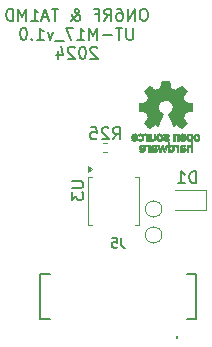
<source format=gbr>
%TF.GenerationSoftware,KiCad,Pcbnew,8.0.0*%
%TF.CreationDate,2024-02-29T13:44:40+03:00*%
%TF.ProjectId,micro17,6d696372-6f31-4372-9e6b-696361645f70,rev?*%
%TF.SameCoordinates,Original*%
%TF.FileFunction,Legend,Bot*%
%TF.FilePolarity,Positive*%
%FSLAX46Y46*%
G04 Gerber Fmt 4.6, Leading zero omitted, Abs format (unit mm)*
G04 Created by KiCad (PCBNEW 8.0.0) date 2024-02-29 13:44:40*
%MOMM*%
%LPD*%
G01*
G04 APERTURE LIST*
%ADD10C,0.160000*%
%ADD11C,0.150000*%
%ADD12C,0.120000*%
%ADD13C,0.010000*%
G04 APERTURE END LIST*
D10*
X192261904Y-51649411D02*
X192071428Y-51649411D01*
X192071428Y-51649411D02*
X191976190Y-51697030D01*
X191976190Y-51697030D02*
X191880952Y-51792268D01*
X191880952Y-51792268D02*
X191833333Y-51982744D01*
X191833333Y-51982744D02*
X191833333Y-52316077D01*
X191833333Y-52316077D02*
X191880952Y-52506553D01*
X191880952Y-52506553D02*
X191976190Y-52601792D01*
X191976190Y-52601792D02*
X192071428Y-52649411D01*
X192071428Y-52649411D02*
X192261904Y-52649411D01*
X192261904Y-52649411D02*
X192357142Y-52601792D01*
X192357142Y-52601792D02*
X192452380Y-52506553D01*
X192452380Y-52506553D02*
X192499999Y-52316077D01*
X192499999Y-52316077D02*
X192499999Y-51982744D01*
X192499999Y-51982744D02*
X192452380Y-51792268D01*
X192452380Y-51792268D02*
X192357142Y-51697030D01*
X192357142Y-51697030D02*
X192261904Y-51649411D01*
X191404761Y-52649411D02*
X191404761Y-51649411D01*
X191404761Y-51649411D02*
X190833333Y-52649411D01*
X190833333Y-52649411D02*
X190833333Y-51649411D01*
X189928571Y-51649411D02*
X190119047Y-51649411D01*
X190119047Y-51649411D02*
X190214285Y-51697030D01*
X190214285Y-51697030D02*
X190261904Y-51744649D01*
X190261904Y-51744649D02*
X190357142Y-51887506D01*
X190357142Y-51887506D02*
X190404761Y-52077982D01*
X190404761Y-52077982D02*
X190404761Y-52458934D01*
X190404761Y-52458934D02*
X190357142Y-52554172D01*
X190357142Y-52554172D02*
X190309523Y-52601792D01*
X190309523Y-52601792D02*
X190214285Y-52649411D01*
X190214285Y-52649411D02*
X190023809Y-52649411D01*
X190023809Y-52649411D02*
X189928571Y-52601792D01*
X189928571Y-52601792D02*
X189880952Y-52554172D01*
X189880952Y-52554172D02*
X189833333Y-52458934D01*
X189833333Y-52458934D02*
X189833333Y-52220839D01*
X189833333Y-52220839D02*
X189880952Y-52125601D01*
X189880952Y-52125601D02*
X189928571Y-52077982D01*
X189928571Y-52077982D02*
X190023809Y-52030363D01*
X190023809Y-52030363D02*
X190214285Y-52030363D01*
X190214285Y-52030363D02*
X190309523Y-52077982D01*
X190309523Y-52077982D02*
X190357142Y-52125601D01*
X190357142Y-52125601D02*
X190404761Y-52220839D01*
X188833333Y-52649411D02*
X189166666Y-52173220D01*
X189404761Y-52649411D02*
X189404761Y-51649411D01*
X189404761Y-51649411D02*
X189023809Y-51649411D01*
X189023809Y-51649411D02*
X188928571Y-51697030D01*
X188928571Y-51697030D02*
X188880952Y-51744649D01*
X188880952Y-51744649D02*
X188833333Y-51839887D01*
X188833333Y-51839887D02*
X188833333Y-51982744D01*
X188833333Y-51982744D02*
X188880952Y-52077982D01*
X188880952Y-52077982D02*
X188928571Y-52125601D01*
X188928571Y-52125601D02*
X189023809Y-52173220D01*
X189023809Y-52173220D02*
X189404761Y-52173220D01*
X188071428Y-52125601D02*
X188404761Y-52125601D01*
X188404761Y-52649411D02*
X188404761Y-51649411D01*
X188404761Y-51649411D02*
X187928571Y-51649411D01*
X185976189Y-52649411D02*
X186023809Y-52649411D01*
X186023809Y-52649411D02*
X186119047Y-52601792D01*
X186119047Y-52601792D02*
X186261904Y-52458934D01*
X186261904Y-52458934D02*
X186499999Y-52173220D01*
X186499999Y-52173220D02*
X186595237Y-52030363D01*
X186595237Y-52030363D02*
X186642856Y-51887506D01*
X186642856Y-51887506D02*
X186642856Y-51792268D01*
X186642856Y-51792268D02*
X186595237Y-51697030D01*
X186595237Y-51697030D02*
X186499999Y-51649411D01*
X186499999Y-51649411D02*
X186452380Y-51649411D01*
X186452380Y-51649411D02*
X186357142Y-51697030D01*
X186357142Y-51697030D02*
X186309523Y-51792268D01*
X186309523Y-51792268D02*
X186309523Y-51839887D01*
X186309523Y-51839887D02*
X186357142Y-51935125D01*
X186357142Y-51935125D02*
X186404761Y-51982744D01*
X186404761Y-51982744D02*
X186690475Y-52173220D01*
X186690475Y-52173220D02*
X186738094Y-52220839D01*
X186738094Y-52220839D02*
X186785713Y-52316077D01*
X186785713Y-52316077D02*
X186785713Y-52458934D01*
X186785713Y-52458934D02*
X186738094Y-52554172D01*
X186738094Y-52554172D02*
X186690475Y-52601792D01*
X186690475Y-52601792D02*
X186595237Y-52649411D01*
X186595237Y-52649411D02*
X186452380Y-52649411D01*
X186452380Y-52649411D02*
X186357142Y-52601792D01*
X186357142Y-52601792D02*
X186309523Y-52554172D01*
X186309523Y-52554172D02*
X186166666Y-52363696D01*
X186166666Y-52363696D02*
X186119047Y-52220839D01*
X186119047Y-52220839D02*
X186119047Y-52125601D01*
X184928570Y-51649411D02*
X184357142Y-51649411D01*
X184642856Y-52649411D02*
X184642856Y-51649411D01*
X184071427Y-52363696D02*
X183595237Y-52363696D01*
X184166665Y-52649411D02*
X183833332Y-51649411D01*
X183833332Y-51649411D02*
X183499999Y-52649411D01*
X182642856Y-52649411D02*
X183214284Y-52649411D01*
X182928570Y-52649411D02*
X182928570Y-51649411D01*
X182928570Y-51649411D02*
X183023808Y-51792268D01*
X183023808Y-51792268D02*
X183119046Y-51887506D01*
X183119046Y-51887506D02*
X183214284Y-51935125D01*
X182214284Y-52649411D02*
X182214284Y-51649411D01*
X182214284Y-51649411D02*
X181880951Y-52363696D01*
X181880951Y-52363696D02*
X181547618Y-51649411D01*
X181547618Y-51649411D02*
X181547618Y-52649411D01*
X181071427Y-52649411D02*
X181071427Y-51649411D01*
X181071427Y-51649411D02*
X180833332Y-51649411D01*
X180833332Y-51649411D02*
X180690475Y-51697030D01*
X180690475Y-51697030D02*
X180595237Y-51792268D01*
X180595237Y-51792268D02*
X180547618Y-51887506D01*
X180547618Y-51887506D02*
X180499999Y-52077982D01*
X180499999Y-52077982D02*
X180499999Y-52220839D01*
X180499999Y-52220839D02*
X180547618Y-52411315D01*
X180547618Y-52411315D02*
X180595237Y-52506553D01*
X180595237Y-52506553D02*
X180690475Y-52601792D01*
X180690475Y-52601792D02*
X180833332Y-52649411D01*
X180833332Y-52649411D02*
X181071427Y-52649411D01*
X191261904Y-53259355D02*
X191261904Y-54068878D01*
X191261904Y-54068878D02*
X191214285Y-54164116D01*
X191214285Y-54164116D02*
X191166666Y-54211736D01*
X191166666Y-54211736D02*
X191071428Y-54259355D01*
X191071428Y-54259355D02*
X190880952Y-54259355D01*
X190880952Y-54259355D02*
X190785714Y-54211736D01*
X190785714Y-54211736D02*
X190738095Y-54164116D01*
X190738095Y-54164116D02*
X190690476Y-54068878D01*
X190690476Y-54068878D02*
X190690476Y-53259355D01*
X190357142Y-53259355D02*
X189785714Y-53259355D01*
X190071428Y-54259355D02*
X190071428Y-53259355D01*
X189452380Y-53878402D02*
X188690476Y-53878402D01*
X188214285Y-54259355D02*
X188214285Y-53259355D01*
X188214285Y-53259355D02*
X187880952Y-53973640D01*
X187880952Y-53973640D02*
X187547619Y-53259355D01*
X187547619Y-53259355D02*
X187547619Y-54259355D01*
X186547619Y-54259355D02*
X187119047Y-54259355D01*
X186833333Y-54259355D02*
X186833333Y-53259355D01*
X186833333Y-53259355D02*
X186928571Y-53402212D01*
X186928571Y-53402212D02*
X187023809Y-53497450D01*
X187023809Y-53497450D02*
X187119047Y-53545069D01*
X186214285Y-53259355D02*
X185547619Y-53259355D01*
X185547619Y-53259355D02*
X185976190Y-54259355D01*
X185404762Y-54354593D02*
X184642857Y-54354593D01*
X184499999Y-53592688D02*
X184261904Y-54259355D01*
X184261904Y-54259355D02*
X184023809Y-53592688D01*
X183119047Y-54259355D02*
X183690475Y-54259355D01*
X183404761Y-54259355D02*
X183404761Y-53259355D01*
X183404761Y-53259355D02*
X183499999Y-53402212D01*
X183499999Y-53402212D02*
X183595237Y-53497450D01*
X183595237Y-53497450D02*
X183690475Y-53545069D01*
X182690475Y-54164116D02*
X182642856Y-54211736D01*
X182642856Y-54211736D02*
X182690475Y-54259355D01*
X182690475Y-54259355D02*
X182738094Y-54211736D01*
X182738094Y-54211736D02*
X182690475Y-54164116D01*
X182690475Y-54164116D02*
X182690475Y-54259355D01*
X182023809Y-53259355D02*
X181928571Y-53259355D01*
X181928571Y-53259355D02*
X181833333Y-53306974D01*
X181833333Y-53306974D02*
X181785714Y-53354593D01*
X181785714Y-53354593D02*
X181738095Y-53449831D01*
X181738095Y-53449831D02*
X181690476Y-53640307D01*
X181690476Y-53640307D02*
X181690476Y-53878402D01*
X181690476Y-53878402D02*
X181738095Y-54068878D01*
X181738095Y-54068878D02*
X181785714Y-54164116D01*
X181785714Y-54164116D02*
X181833333Y-54211736D01*
X181833333Y-54211736D02*
X181928571Y-54259355D01*
X181928571Y-54259355D02*
X182023809Y-54259355D01*
X182023809Y-54259355D02*
X182119047Y-54211736D01*
X182119047Y-54211736D02*
X182166666Y-54164116D01*
X182166666Y-54164116D02*
X182214285Y-54068878D01*
X182214285Y-54068878D02*
X182261904Y-53878402D01*
X182261904Y-53878402D02*
X182261904Y-53640307D01*
X182261904Y-53640307D02*
X182214285Y-53449831D01*
X182214285Y-53449831D02*
X182166666Y-53354593D01*
X182166666Y-53354593D02*
X182119047Y-53306974D01*
X182119047Y-53306974D02*
X182023809Y-53259355D01*
X188214285Y-54964537D02*
X188166666Y-54916918D01*
X188166666Y-54916918D02*
X188071428Y-54869299D01*
X188071428Y-54869299D02*
X187833333Y-54869299D01*
X187833333Y-54869299D02*
X187738095Y-54916918D01*
X187738095Y-54916918D02*
X187690476Y-54964537D01*
X187690476Y-54964537D02*
X187642857Y-55059775D01*
X187642857Y-55059775D02*
X187642857Y-55155013D01*
X187642857Y-55155013D02*
X187690476Y-55297870D01*
X187690476Y-55297870D02*
X188261904Y-55869299D01*
X188261904Y-55869299D02*
X187642857Y-55869299D01*
X187023809Y-54869299D02*
X186928571Y-54869299D01*
X186928571Y-54869299D02*
X186833333Y-54916918D01*
X186833333Y-54916918D02*
X186785714Y-54964537D01*
X186785714Y-54964537D02*
X186738095Y-55059775D01*
X186738095Y-55059775D02*
X186690476Y-55250251D01*
X186690476Y-55250251D02*
X186690476Y-55488346D01*
X186690476Y-55488346D02*
X186738095Y-55678822D01*
X186738095Y-55678822D02*
X186785714Y-55774060D01*
X186785714Y-55774060D02*
X186833333Y-55821680D01*
X186833333Y-55821680D02*
X186928571Y-55869299D01*
X186928571Y-55869299D02*
X187023809Y-55869299D01*
X187023809Y-55869299D02*
X187119047Y-55821680D01*
X187119047Y-55821680D02*
X187166666Y-55774060D01*
X187166666Y-55774060D02*
X187214285Y-55678822D01*
X187214285Y-55678822D02*
X187261904Y-55488346D01*
X187261904Y-55488346D02*
X187261904Y-55250251D01*
X187261904Y-55250251D02*
X187214285Y-55059775D01*
X187214285Y-55059775D02*
X187166666Y-54964537D01*
X187166666Y-54964537D02*
X187119047Y-54916918D01*
X187119047Y-54916918D02*
X187023809Y-54869299D01*
X186309523Y-54964537D02*
X186261904Y-54916918D01*
X186261904Y-54916918D02*
X186166666Y-54869299D01*
X186166666Y-54869299D02*
X185928571Y-54869299D01*
X185928571Y-54869299D02*
X185833333Y-54916918D01*
X185833333Y-54916918D02*
X185785714Y-54964537D01*
X185785714Y-54964537D02*
X185738095Y-55059775D01*
X185738095Y-55059775D02*
X185738095Y-55155013D01*
X185738095Y-55155013D02*
X185785714Y-55297870D01*
X185785714Y-55297870D02*
X186357142Y-55869299D01*
X186357142Y-55869299D02*
X185738095Y-55869299D01*
X184880952Y-55202632D02*
X184880952Y-55869299D01*
X185119047Y-54821680D02*
X185357142Y-55535965D01*
X185357142Y-55535965D02*
X184738095Y-55535965D01*
D11*
X196588094Y-66404819D02*
X196588094Y-65404819D01*
X196588094Y-65404819D02*
X196349999Y-65404819D01*
X196349999Y-65404819D02*
X196207142Y-65452438D01*
X196207142Y-65452438D02*
X196111904Y-65547676D01*
X196111904Y-65547676D02*
X196064285Y-65642914D01*
X196064285Y-65642914D02*
X196016666Y-65833390D01*
X196016666Y-65833390D02*
X196016666Y-65976247D01*
X196016666Y-65976247D02*
X196064285Y-66166723D01*
X196064285Y-66166723D02*
X196111904Y-66261961D01*
X196111904Y-66261961D02*
X196207142Y-66357200D01*
X196207142Y-66357200D02*
X196349999Y-66404819D01*
X196349999Y-66404819D02*
X196588094Y-66404819D01*
X195064285Y-66404819D02*
X195635713Y-66404819D01*
X195349999Y-66404819D02*
X195349999Y-65404819D01*
X195349999Y-65404819D02*
X195445237Y-65547676D01*
X195445237Y-65547676D02*
X195540475Y-65642914D01*
X195540475Y-65642914D02*
X195635713Y-65690533D01*
X186054819Y-66238095D02*
X186864342Y-66238095D01*
X186864342Y-66238095D02*
X186959580Y-66285714D01*
X186959580Y-66285714D02*
X187007200Y-66333333D01*
X187007200Y-66333333D02*
X187054819Y-66428571D01*
X187054819Y-66428571D02*
X187054819Y-66619047D01*
X187054819Y-66619047D02*
X187007200Y-66714285D01*
X187007200Y-66714285D02*
X186959580Y-66761904D01*
X186959580Y-66761904D02*
X186864342Y-66809523D01*
X186864342Y-66809523D02*
X186054819Y-66809523D01*
X186054819Y-67190476D02*
X186054819Y-67809523D01*
X186054819Y-67809523D02*
X186435771Y-67476190D01*
X186435771Y-67476190D02*
X186435771Y-67619047D01*
X186435771Y-67619047D02*
X186483390Y-67714285D01*
X186483390Y-67714285D02*
X186531009Y-67761904D01*
X186531009Y-67761904D02*
X186626247Y-67809523D01*
X186626247Y-67809523D02*
X186864342Y-67809523D01*
X186864342Y-67809523D02*
X186959580Y-67761904D01*
X186959580Y-67761904D02*
X187007200Y-67714285D01*
X187007200Y-67714285D02*
X187054819Y-67619047D01*
X187054819Y-67619047D02*
X187054819Y-67333333D01*
X187054819Y-67333333D02*
X187007200Y-67238095D01*
X187007200Y-67238095D02*
X186959580Y-67190476D01*
X189542857Y-62684819D02*
X189876190Y-62208628D01*
X190114285Y-62684819D02*
X190114285Y-61684819D01*
X190114285Y-61684819D02*
X189733333Y-61684819D01*
X189733333Y-61684819D02*
X189638095Y-61732438D01*
X189638095Y-61732438D02*
X189590476Y-61780057D01*
X189590476Y-61780057D02*
X189542857Y-61875295D01*
X189542857Y-61875295D02*
X189542857Y-62018152D01*
X189542857Y-62018152D02*
X189590476Y-62113390D01*
X189590476Y-62113390D02*
X189638095Y-62161009D01*
X189638095Y-62161009D02*
X189733333Y-62208628D01*
X189733333Y-62208628D02*
X190114285Y-62208628D01*
X189161904Y-61780057D02*
X189114285Y-61732438D01*
X189114285Y-61732438D02*
X189019047Y-61684819D01*
X189019047Y-61684819D02*
X188780952Y-61684819D01*
X188780952Y-61684819D02*
X188685714Y-61732438D01*
X188685714Y-61732438D02*
X188638095Y-61780057D01*
X188638095Y-61780057D02*
X188590476Y-61875295D01*
X188590476Y-61875295D02*
X188590476Y-61970533D01*
X188590476Y-61970533D02*
X188638095Y-62113390D01*
X188638095Y-62113390D02*
X189209523Y-62684819D01*
X189209523Y-62684819D02*
X188590476Y-62684819D01*
X187685714Y-61684819D02*
X188161904Y-61684819D01*
X188161904Y-61684819D02*
X188209523Y-62161009D01*
X188209523Y-62161009D02*
X188161904Y-62113390D01*
X188161904Y-62113390D02*
X188066666Y-62065771D01*
X188066666Y-62065771D02*
X187828571Y-62065771D01*
X187828571Y-62065771D02*
X187733333Y-62113390D01*
X187733333Y-62113390D02*
X187685714Y-62161009D01*
X187685714Y-62161009D02*
X187638095Y-62256247D01*
X187638095Y-62256247D02*
X187638095Y-62494342D01*
X187638095Y-62494342D02*
X187685714Y-62589580D01*
X187685714Y-62589580D02*
X187733333Y-62637200D01*
X187733333Y-62637200D02*
X187828571Y-62684819D01*
X187828571Y-62684819D02*
X188066666Y-62684819D01*
X188066666Y-62684819D02*
X188161904Y-62637200D01*
X188161904Y-62637200D02*
X188209523Y-62589580D01*
D10*
X190266666Y-71061775D02*
X190266666Y-71633203D01*
X190266666Y-71633203D02*
X190304761Y-71747489D01*
X190304761Y-71747489D02*
X190380952Y-71823680D01*
X190380952Y-71823680D02*
X190495237Y-71861775D01*
X190495237Y-71861775D02*
X190571428Y-71861775D01*
X189504761Y-71061775D02*
X189885713Y-71061775D01*
X189885713Y-71061775D02*
X189923809Y-71442727D01*
X189923809Y-71442727D02*
X189885713Y-71404632D01*
X189885713Y-71404632D02*
X189809523Y-71366537D01*
X189809523Y-71366537D02*
X189619047Y-71366537D01*
X189619047Y-71366537D02*
X189542856Y-71404632D01*
X189542856Y-71404632D02*
X189504761Y-71442727D01*
X189504761Y-71442727D02*
X189466666Y-71518918D01*
X189466666Y-71518918D02*
X189466666Y-71709394D01*
X189466666Y-71709394D02*
X189504761Y-71785584D01*
X189504761Y-71785584D02*
X189542856Y-71823680D01*
X189542856Y-71823680D02*
X189619047Y-71861775D01*
X189619047Y-71861775D02*
X189809523Y-71861775D01*
X189809523Y-71861775D02*
X189885713Y-71823680D01*
X189885713Y-71823680D02*
X189923809Y-71785584D01*
D12*
%TO.C,TP4*%
X193700000Y-70800000D02*
G75*
G02*
X192300000Y-70800000I-700000J0D01*
G01*
X192300000Y-70800000D02*
G75*
G02*
X193700000Y-70800000I700000J0D01*
G01*
%TO.C,TP3*%
X193700000Y-68600000D02*
G75*
G02*
X192300000Y-68600000I-700000J0D01*
G01*
X192300000Y-68600000D02*
G75*
G02*
X193700000Y-68600000I700000J0D01*
G01*
%TO.C,D1*%
X197460000Y-68650000D02*
X197460000Y-66950000D01*
X194800000Y-66950000D02*
X197460000Y-66950000D01*
X194800000Y-68650000D02*
X197460000Y-68650000D01*
%TO.C,U3*%
X187795000Y-65890000D02*
X187440000Y-65890000D01*
X191405000Y-65890000D02*
X191760000Y-65890000D01*
X187440000Y-65890000D02*
X187440000Y-67900000D01*
X187440000Y-69910000D02*
X187440000Y-67900000D01*
X191760000Y-65890000D02*
X191760000Y-67900000D01*
X191760000Y-69910000D02*
X191760000Y-67900000D01*
X187795000Y-69910000D02*
X187440000Y-69910000D01*
X191405000Y-69910000D02*
X191760000Y-69910000D01*
X187795000Y-65212500D02*
X187465000Y-65452500D01*
X187465000Y-64972500D01*
X187795000Y-65212500D01*
G36*
X187795000Y-65212500D02*
G01*
X187465000Y-65452500D01*
X187465000Y-64972500D01*
X187795000Y-65212500D01*
G37*
%TO.C,R25*%
X188746359Y-63020000D02*
X189053641Y-63020000D01*
X188746359Y-63780000D02*
X189053641Y-63780000D01*
D13*
%TO.C,SYM2*%
X192287128Y-62203945D02*
X192317954Y-62213568D01*
X192355916Y-62229563D01*
X192374296Y-62238159D01*
X192387561Y-62239713D01*
X192390495Y-62227798D01*
X192390498Y-62227461D01*
X192396709Y-62216087D01*
X192418131Y-62210256D01*
X192459653Y-62208614D01*
X192528812Y-62208614D01*
X192528812Y-62812179D01*
X192390495Y-62812179D01*
X192390495Y-62396027D01*
X192356110Y-62364161D01*
X192345368Y-62355104D01*
X192313370Y-62339630D01*
X192273965Y-62339010D01*
X192220312Y-62352664D01*
X192202225Y-62353529D01*
X192181008Y-62340283D01*
X192152768Y-62308800D01*
X192139069Y-62291385D01*
X192122868Y-62266797D01*
X192120371Y-62251145D01*
X192129442Y-62237941D01*
X192157289Y-62221245D01*
X192200540Y-62208030D01*
X192247464Y-62201478D01*
X192287128Y-62203945D01*
G36*
X192287128Y-62203945D02*
G01*
X192317954Y-62213568D01*
X192355916Y-62229563D01*
X192374296Y-62238159D01*
X192387561Y-62239713D01*
X192390495Y-62227798D01*
X192390498Y-62227461D01*
X192396709Y-62216087D01*
X192418131Y-62210256D01*
X192459653Y-62208614D01*
X192528812Y-62208614D01*
X192528812Y-62812179D01*
X192390495Y-62812179D01*
X192390495Y-62396027D01*
X192356110Y-62364161D01*
X192345368Y-62355104D01*
X192313370Y-62339630D01*
X192273965Y-62339010D01*
X192220312Y-62352664D01*
X192202225Y-62353529D01*
X192181008Y-62340283D01*
X192152768Y-62308800D01*
X192139069Y-62291385D01*
X192122868Y-62266797D01*
X192120371Y-62251145D01*
X192129442Y-62237941D01*
X192157289Y-62221245D01*
X192200540Y-62208030D01*
X192247464Y-62201478D01*
X192287128Y-62203945D01*
G37*
X192470265Y-63159965D02*
X192508255Y-63177745D01*
X192541386Y-63203806D01*
X192541386Y-63177745D01*
X192542211Y-63167849D01*
X192549893Y-63157358D01*
X192570667Y-63152725D01*
X192610544Y-63151683D01*
X192679703Y-63151683D01*
X192679703Y-63767822D01*
X192541386Y-63767822D01*
X192541386Y-63567226D01*
X192541369Y-63555710D01*
X192540189Y-63474758D01*
X192537294Y-63408817D01*
X192532888Y-63361258D01*
X192527181Y-63335452D01*
X192521940Y-63325710D01*
X192489676Y-63295156D01*
X192445730Y-63281631D01*
X192397743Y-63287941D01*
X192385973Y-63292217D01*
X192360898Y-63299776D01*
X192343762Y-63297428D01*
X192326518Y-63282064D01*
X192301124Y-63250571D01*
X192259936Y-63198568D01*
X192288886Y-63175125D01*
X192316405Y-63161015D01*
X192364745Y-63151486D01*
X192419230Y-63151174D01*
X192470265Y-63159965D01*
G36*
X192470265Y-63159965D02*
G01*
X192508255Y-63177745D01*
X192541386Y-63203806D01*
X192541386Y-63177745D01*
X192542211Y-63167849D01*
X192549893Y-63157358D01*
X192570667Y-63152725D01*
X192610544Y-63151683D01*
X192679703Y-63151683D01*
X192679703Y-63767822D01*
X192541386Y-63767822D01*
X192541386Y-63567226D01*
X192541369Y-63555710D01*
X192540189Y-63474758D01*
X192537294Y-63408817D01*
X192532888Y-63361258D01*
X192527181Y-63335452D01*
X192521940Y-63325710D01*
X192489676Y-63295156D01*
X192445730Y-63281631D01*
X192397743Y-63287941D01*
X192385973Y-63292217D01*
X192360898Y-63299776D01*
X192343762Y-63297428D01*
X192326518Y-63282064D01*
X192301124Y-63250571D01*
X192259936Y-63198568D01*
X192288886Y-63175125D01*
X192316405Y-63161015D01*
X192364745Y-63151486D01*
X192419230Y-63151174D01*
X192470265Y-63159965D01*
G37*
X195093960Y-63767822D02*
X194968218Y-63767822D01*
X194968218Y-63573740D01*
X194968078Y-63528594D01*
X194966649Y-63453823D01*
X194963029Y-63398467D01*
X194956434Y-63358702D01*
X194946079Y-63330700D01*
X194931178Y-63310635D01*
X194910946Y-63294681D01*
X194888859Y-63282792D01*
X194862705Y-63279421D01*
X194825508Y-63286917D01*
X194813555Y-63290038D01*
X194783718Y-63294735D01*
X194762383Y-63288005D01*
X194737655Y-63267177D01*
X194732963Y-63262647D01*
X194707020Y-63234626D01*
X194690291Y-63211843D01*
X194687996Y-63206355D01*
X194692543Y-63186088D01*
X194715602Y-63169884D01*
X194751995Y-63158513D01*
X194796544Y-63152740D01*
X194844072Y-63153334D01*
X194889400Y-63161063D01*
X194927351Y-63176694D01*
X194939381Y-63183993D01*
X194959632Y-63194676D01*
X194967129Y-63192230D01*
X194968218Y-63176647D01*
X194968473Y-63171053D01*
X194974539Y-63158660D01*
X194993356Y-63153020D01*
X195031089Y-63151683D01*
X195093960Y-63151683D01*
X195093960Y-63767822D01*
G36*
X195093960Y-63767822D02*
G01*
X194968218Y-63767822D01*
X194968218Y-63573740D01*
X194968078Y-63528594D01*
X194966649Y-63453823D01*
X194963029Y-63398467D01*
X194956434Y-63358702D01*
X194946079Y-63330700D01*
X194931178Y-63310635D01*
X194910946Y-63294681D01*
X194888859Y-63282792D01*
X194862705Y-63279421D01*
X194825508Y-63286917D01*
X194813555Y-63290038D01*
X194783718Y-63294735D01*
X194762383Y-63288005D01*
X194737655Y-63267177D01*
X194732963Y-63262647D01*
X194707020Y-63234626D01*
X194690291Y-63211843D01*
X194687996Y-63206355D01*
X194692543Y-63186088D01*
X194715602Y-63169884D01*
X194751995Y-63158513D01*
X194796544Y-63152740D01*
X194844072Y-63153334D01*
X194889400Y-63161063D01*
X194927351Y-63176694D01*
X194939381Y-63183993D01*
X194959632Y-63194676D01*
X194967129Y-63192230D01*
X194968218Y-63176647D01*
X194968473Y-63171053D01*
X194974539Y-63158660D01*
X194993356Y-63153020D01*
X195031089Y-63151683D01*
X195093960Y-63151683D01*
X195093960Y-63767822D01*
G37*
X192780297Y-62404342D02*
X192781357Y-62492394D01*
X192785509Y-62563510D01*
X192793921Y-62615199D01*
X192807757Y-62650360D01*
X192828182Y-62671889D01*
X192856364Y-62682682D01*
X192893465Y-62685636D01*
X192928890Y-62683000D01*
X192957500Y-62672679D01*
X192978296Y-62651772D01*
X192992442Y-62617381D01*
X193001103Y-62566610D01*
X193005445Y-62496563D01*
X193006633Y-62404342D01*
X193006633Y-62208614D01*
X193132376Y-62208614D01*
X193132376Y-62444578D01*
X193132160Y-62507561D01*
X193130484Y-62589007D01*
X193126277Y-62651121D01*
X193118521Y-62697458D01*
X193106196Y-62731573D01*
X193088285Y-62757022D01*
X193063767Y-62777362D01*
X193031623Y-62796147D01*
X192964125Y-62819928D01*
X192893681Y-62821480D01*
X192827264Y-62799580D01*
X192798286Y-62785383D01*
X192783909Y-62783261D01*
X192780297Y-62793293D01*
X192774299Y-62804556D01*
X192752830Y-62810489D01*
X192711138Y-62812179D01*
X192641980Y-62812179D01*
X192641980Y-62208614D01*
X192780297Y-62208614D01*
X192780297Y-62404342D01*
G36*
X192780297Y-62404342D02*
G01*
X192781357Y-62492394D01*
X192785509Y-62563510D01*
X192793921Y-62615199D01*
X192807757Y-62650360D01*
X192828182Y-62671889D01*
X192856364Y-62682682D01*
X192893465Y-62685636D01*
X192928890Y-62683000D01*
X192957500Y-62672679D01*
X192978296Y-62651772D01*
X192992442Y-62617381D01*
X193001103Y-62566610D01*
X193005445Y-62496563D01*
X193006633Y-62404342D01*
X193006633Y-62208614D01*
X193132376Y-62208614D01*
X193132376Y-62444578D01*
X193132160Y-62507561D01*
X193130484Y-62589007D01*
X193126277Y-62651121D01*
X193118521Y-62697458D01*
X193106196Y-62731573D01*
X193088285Y-62757022D01*
X193063767Y-62777362D01*
X193031623Y-62796147D01*
X192964125Y-62819928D01*
X192893681Y-62821480D01*
X192827264Y-62799580D01*
X192798286Y-62785383D01*
X192783909Y-62783261D01*
X192780297Y-62793293D01*
X192774299Y-62804556D01*
X192752830Y-62810489D01*
X192711138Y-62812179D01*
X192641980Y-62812179D01*
X192641980Y-62208614D01*
X192780297Y-62208614D01*
X192780297Y-62404342D01*
G37*
X194882605Y-62207424D02*
X194939926Y-62225434D01*
X194965199Y-62237674D01*
X194977910Y-62238938D01*
X194980792Y-62227798D01*
X194980795Y-62227461D01*
X194987006Y-62216087D01*
X195008428Y-62210256D01*
X195049950Y-62208614D01*
X195119109Y-62208614D01*
X195119109Y-62812179D01*
X194980792Y-62812179D01*
X194980792Y-62604132D01*
X194980697Y-62533879D01*
X194980051Y-62476170D01*
X194978320Y-62435787D01*
X194974974Y-62408615D01*
X194969481Y-62390540D01*
X194961310Y-62377447D01*
X194949928Y-62365221D01*
X194934424Y-62352217D01*
X194889843Y-62334745D01*
X194843047Y-62339873D01*
X194800180Y-62367507D01*
X194787927Y-62380368D01*
X194779132Y-62393384D01*
X194773233Y-62410706D01*
X194769651Y-62436501D01*
X194767809Y-62474939D01*
X194767128Y-62530189D01*
X194767030Y-62606418D01*
X194767030Y-62812179D01*
X194628713Y-62812179D01*
X194628989Y-62588985D01*
X194629008Y-62579044D01*
X194630207Y-62484106D01*
X194633891Y-62410358D01*
X194641006Y-62354214D01*
X194652500Y-62312087D01*
X194669318Y-62280391D01*
X194692409Y-62255541D01*
X194722717Y-62233950D01*
X194754012Y-62219002D01*
X194817037Y-62205421D01*
X194882605Y-62207424D01*
G36*
X194882605Y-62207424D02*
G01*
X194939926Y-62225434D01*
X194965199Y-62237674D01*
X194977910Y-62238938D01*
X194980792Y-62227798D01*
X194980795Y-62227461D01*
X194987006Y-62216087D01*
X195008428Y-62210256D01*
X195049950Y-62208614D01*
X195119109Y-62208614D01*
X195119109Y-62812179D01*
X194980792Y-62812179D01*
X194980792Y-62604132D01*
X194980697Y-62533879D01*
X194980051Y-62476170D01*
X194978320Y-62435787D01*
X194974974Y-62408615D01*
X194969481Y-62390540D01*
X194961310Y-62377447D01*
X194949928Y-62365221D01*
X194934424Y-62352217D01*
X194889843Y-62334745D01*
X194843047Y-62339873D01*
X194800180Y-62367507D01*
X194787927Y-62380368D01*
X194779132Y-62393384D01*
X194773233Y-62410706D01*
X194769651Y-62436501D01*
X194767809Y-62474939D01*
X194767128Y-62530189D01*
X194767030Y-62606418D01*
X194767030Y-62812179D01*
X194628713Y-62812179D01*
X194628989Y-62588985D01*
X194629008Y-62579044D01*
X194630207Y-62484106D01*
X194633891Y-62410358D01*
X194641006Y-62354214D01*
X194652500Y-62312087D01*
X194669318Y-62280391D01*
X194692409Y-62255541D01*
X194722717Y-62233950D01*
X194754012Y-62219002D01*
X194817037Y-62205421D01*
X194882605Y-62207424D01*
G37*
X191933409Y-62211493D02*
X192002021Y-62238224D01*
X192060048Y-62282351D01*
X192102907Y-62342958D01*
X192105801Y-62349137D01*
X192124176Y-62409409D01*
X192133357Y-62481407D01*
X192133285Y-62556369D01*
X192123901Y-62625536D01*
X192105149Y-62680149D01*
X192081995Y-62718212D01*
X192031030Y-62772135D01*
X191967306Y-62806411D01*
X191912785Y-62820272D01*
X191829767Y-62821785D01*
X191750326Y-62800882D01*
X191679879Y-62758464D01*
X191634284Y-62720880D01*
X191675351Y-62678510D01*
X191701296Y-62653409D01*
X191724764Y-62639434D01*
X191746524Y-62642511D01*
X191774356Y-62661287D01*
X191785454Y-62668638D01*
X191832337Y-62683683D01*
X191886224Y-62683673D01*
X191936675Y-62668168D01*
X191955672Y-62655716D01*
X191983537Y-62618946D01*
X191997506Y-62564939D01*
X191998405Y-62491331D01*
X191998403Y-62491289D01*
X191988009Y-62425433D01*
X191965114Y-62379772D01*
X191927439Y-62351528D01*
X191872708Y-62337920D01*
X191838241Y-62336090D01*
X191808126Y-62343584D01*
X191777240Y-62365295D01*
X191737272Y-62398926D01*
X191686656Y-62358250D01*
X191668163Y-62342667D01*
X191645065Y-62320340D01*
X191636039Y-62307183D01*
X191639236Y-62301253D01*
X191657646Y-62283048D01*
X191686973Y-62259895D01*
X191709920Y-62244830D01*
X191782774Y-62213880D01*
X191858799Y-62203073D01*
X191933409Y-62211493D01*
G36*
X191933409Y-62211493D02*
G01*
X192002021Y-62238224D01*
X192060048Y-62282351D01*
X192102907Y-62342958D01*
X192105801Y-62349137D01*
X192124176Y-62409409D01*
X192133357Y-62481407D01*
X192133285Y-62556369D01*
X192123901Y-62625536D01*
X192105149Y-62680149D01*
X192081995Y-62718212D01*
X192031030Y-62772135D01*
X191967306Y-62806411D01*
X191912785Y-62820272D01*
X191829767Y-62821785D01*
X191750326Y-62800882D01*
X191679879Y-62758464D01*
X191634284Y-62720880D01*
X191675351Y-62678510D01*
X191701296Y-62653409D01*
X191724764Y-62639434D01*
X191746524Y-62642511D01*
X191774356Y-62661287D01*
X191785454Y-62668638D01*
X191832337Y-62683683D01*
X191886224Y-62683673D01*
X191936675Y-62668168D01*
X191955672Y-62655716D01*
X191983537Y-62618946D01*
X191997506Y-62564939D01*
X191998405Y-62491331D01*
X191998403Y-62491289D01*
X191988009Y-62425433D01*
X191965114Y-62379772D01*
X191927439Y-62351528D01*
X191872708Y-62337920D01*
X191838241Y-62336090D01*
X191808126Y-62343584D01*
X191777240Y-62365295D01*
X191737272Y-62398926D01*
X191686656Y-62358250D01*
X191668163Y-62342667D01*
X191645065Y-62320340D01*
X191636039Y-62307183D01*
X191639236Y-62301253D01*
X191657646Y-62283048D01*
X191686973Y-62259895D01*
X191709920Y-62244830D01*
X191782774Y-62213880D01*
X191858799Y-62203073D01*
X191933409Y-62211493D01*
G37*
X193732857Y-62553771D02*
X193729349Y-62593565D01*
X193713844Y-62669538D01*
X193686110Y-62727511D01*
X193643898Y-62771300D01*
X193584960Y-62804722D01*
X193562076Y-62812676D01*
X193502812Y-62822601D01*
X193440447Y-62822331D01*
X193387823Y-62811430D01*
X193386789Y-62811034D01*
X193344381Y-62786087D01*
X193301537Y-62747468D01*
X193265986Y-62703306D01*
X193245459Y-62661727D01*
X193239374Y-62631334D01*
X193234164Y-62574429D01*
X193233291Y-62523705D01*
X193359976Y-62523705D01*
X193367549Y-62584545D01*
X193385341Y-62634538D01*
X193412296Y-62667204D01*
X193422513Y-62672812D01*
X193461473Y-62683007D01*
X193506536Y-62685104D01*
X193544448Y-62678020D01*
X193559244Y-62667861D01*
X193580014Y-62632334D01*
X193593083Y-62576732D01*
X193597624Y-62503766D01*
X193597551Y-62482762D01*
X193595974Y-62440203D01*
X193590728Y-62412439D01*
X193579723Y-62391925D01*
X193560868Y-62371112D01*
X193524989Y-62345887D01*
X193478280Y-62335573D01*
X193433151Y-62345396D01*
X193395680Y-62373805D01*
X193371943Y-62419253D01*
X193363675Y-62458497D01*
X193359976Y-62523705D01*
X193233291Y-62523705D01*
X193233049Y-62509621D01*
X193235844Y-62445116D01*
X193242366Y-62389121D01*
X193252432Y-62349842D01*
X193275877Y-62305372D01*
X193325637Y-62250692D01*
X193389238Y-62216055D01*
X193464790Y-62202345D01*
X193550399Y-62210448D01*
X193564644Y-62213899D01*
X193630982Y-62243664D01*
X193680971Y-62292530D01*
X193714612Y-62360501D01*
X193731906Y-62447580D01*
X193732410Y-62503766D01*
X193732857Y-62553771D01*
G36*
X193732857Y-62553771D02*
G01*
X193729349Y-62593565D01*
X193713844Y-62669538D01*
X193686110Y-62727511D01*
X193643898Y-62771300D01*
X193584960Y-62804722D01*
X193562076Y-62812676D01*
X193502812Y-62822601D01*
X193440447Y-62822331D01*
X193387823Y-62811430D01*
X193386789Y-62811034D01*
X193344381Y-62786087D01*
X193301537Y-62747468D01*
X193265986Y-62703306D01*
X193245459Y-62661727D01*
X193239374Y-62631334D01*
X193234164Y-62574429D01*
X193233291Y-62523705D01*
X193359976Y-62523705D01*
X193367549Y-62584545D01*
X193385341Y-62634538D01*
X193412296Y-62667204D01*
X193422513Y-62672812D01*
X193461473Y-62683007D01*
X193506536Y-62685104D01*
X193544448Y-62678020D01*
X193559244Y-62667861D01*
X193580014Y-62632334D01*
X193593083Y-62576732D01*
X193597624Y-62503766D01*
X193597551Y-62482762D01*
X193595974Y-62440203D01*
X193590728Y-62412439D01*
X193579723Y-62391925D01*
X193560868Y-62371112D01*
X193524989Y-62345887D01*
X193478280Y-62335573D01*
X193433151Y-62345396D01*
X193395680Y-62373805D01*
X193371943Y-62419253D01*
X193363675Y-62458497D01*
X193359976Y-62523705D01*
X193233291Y-62523705D01*
X193233049Y-62509621D01*
X193235844Y-62445116D01*
X193242366Y-62389121D01*
X193252432Y-62349842D01*
X193275877Y-62305372D01*
X193325637Y-62250692D01*
X193389238Y-62216055D01*
X193464790Y-62202345D01*
X193550399Y-62210448D01*
X193564644Y-62213899D01*
X193630982Y-62243664D01*
X193680971Y-62292530D01*
X193714612Y-62360501D01*
X193731906Y-62447580D01*
X193732410Y-62503766D01*
X193732857Y-62553771D01*
G37*
X193832997Y-63349130D02*
X193849997Y-63399850D01*
X193870107Y-63455997D01*
X193886899Y-63498532D01*
X193898986Y-63523990D01*
X193904980Y-63528903D01*
X193906426Y-63524630D01*
X193914254Y-63498422D01*
X193926723Y-63454649D01*
X193942447Y-63398211D01*
X193960043Y-63334010D01*
X194007914Y-63157971D01*
X194081007Y-63154152D01*
X194087177Y-63153846D01*
X194126592Y-63153441D01*
X194145533Y-63157487D01*
X194147945Y-63166726D01*
X194144898Y-63175749D01*
X194134874Y-63206632D01*
X194119180Y-63255544D01*
X194098934Y-63318987D01*
X194075256Y-63393462D01*
X194049263Y-63475471D01*
X193956736Y-63767822D01*
X193840993Y-63767822D01*
X193786457Y-63582352D01*
X193776386Y-63548294D01*
X193757775Y-63486378D01*
X193741872Y-63434787D01*
X193730109Y-63398130D01*
X193723918Y-63381018D01*
X193722154Y-63379741D01*
X193713571Y-63390779D01*
X193701316Y-63419969D01*
X193687426Y-63462750D01*
X193686692Y-63465263D01*
X193668096Y-63528400D01*
X193646818Y-63599889D01*
X193627321Y-63664734D01*
X193595705Y-63769122D01*
X193537402Y-63765328D01*
X193479098Y-63761535D01*
X193425098Y-63591782D01*
X193401390Y-63517193D01*
X193374833Y-63433539D01*
X193349404Y-63353342D01*
X193328354Y-63286857D01*
X193285609Y-63151683D01*
X193428612Y-63151683D01*
X193463274Y-63280570D01*
X193472488Y-63314625D01*
X193489915Y-63378115D01*
X193506054Y-63435874D01*
X193518322Y-63478614D01*
X193538709Y-63547773D01*
X193668745Y-63157971D01*
X193718476Y-63154237D01*
X193768206Y-63150504D01*
X193832997Y-63349130D01*
G36*
X193832997Y-63349130D02*
G01*
X193849997Y-63399850D01*
X193870107Y-63455997D01*
X193886899Y-63498532D01*
X193898986Y-63523990D01*
X193904980Y-63528903D01*
X193906426Y-63524630D01*
X193914254Y-63498422D01*
X193926723Y-63454649D01*
X193942447Y-63398211D01*
X193960043Y-63334010D01*
X194007914Y-63157971D01*
X194081007Y-63154152D01*
X194087177Y-63153846D01*
X194126592Y-63153441D01*
X194145533Y-63157487D01*
X194147945Y-63166726D01*
X194144898Y-63175749D01*
X194134874Y-63206632D01*
X194119180Y-63255544D01*
X194098934Y-63318987D01*
X194075256Y-63393462D01*
X194049263Y-63475471D01*
X193956736Y-63767822D01*
X193840993Y-63767822D01*
X193786457Y-63582352D01*
X193776386Y-63548294D01*
X193757775Y-63486378D01*
X193741872Y-63434787D01*
X193730109Y-63398130D01*
X193723918Y-63381018D01*
X193722154Y-63379741D01*
X193713571Y-63390779D01*
X193701316Y-63419969D01*
X193687426Y-63462750D01*
X193686692Y-63465263D01*
X193668096Y-63528400D01*
X193646818Y-63599889D01*
X193627321Y-63664734D01*
X193595705Y-63769122D01*
X193537402Y-63765328D01*
X193479098Y-63761535D01*
X193425098Y-63591782D01*
X193401390Y-63517193D01*
X193374833Y-63433539D01*
X193349404Y-63353342D01*
X193328354Y-63286857D01*
X193285609Y-63151683D01*
X193428612Y-63151683D01*
X193463274Y-63280570D01*
X193472488Y-63314625D01*
X193489915Y-63378115D01*
X193506054Y-63435874D01*
X193518322Y-63478614D01*
X193538709Y-63547773D01*
X193668745Y-63157971D01*
X193718476Y-63154237D01*
X193768206Y-63150504D01*
X193832997Y-63349130D01*
G37*
X194690761Y-63506813D02*
X194689167Y-63560571D01*
X194685962Y-63598018D01*
X194685413Y-63601450D01*
X194663838Y-63662835D01*
X194624438Y-63714877D01*
X194572752Y-63750135D01*
X194517248Y-63764729D01*
X194448977Y-63763597D01*
X194386173Y-63744029D01*
X194369815Y-63735771D01*
X194348779Y-63726923D01*
X194340774Y-63729676D01*
X194339505Y-63744029D01*
X194338922Y-63751186D01*
X194331394Y-63761772D01*
X194310488Y-63766645D01*
X194270346Y-63767822D01*
X194201188Y-63767822D01*
X194201188Y-63465930D01*
X194339505Y-63465930D01*
X194340496Y-63518230D01*
X194344519Y-63553050D01*
X194353108Y-63576905D01*
X194367797Y-63596895D01*
X194406584Y-63626618D01*
X194451974Y-63636582D01*
X194495989Y-63624260D01*
X194533060Y-63589888D01*
X194542859Y-63564735D01*
X194550097Y-63520194D01*
X194553279Y-63466155D01*
X194552277Y-63410728D01*
X194546961Y-63362022D01*
X194537204Y-63328148D01*
X194534087Y-63322593D01*
X194504038Y-63294674D01*
X194463315Y-63282306D01*
X194419579Y-63285183D01*
X194380491Y-63303000D01*
X194353710Y-63335452D01*
X194352603Y-63338181D01*
X194345963Y-63368634D01*
X194341278Y-63414139D01*
X194339505Y-63465930D01*
X194201188Y-63465930D01*
X194201188Y-62912773D01*
X194339505Y-62912773D01*
X194339505Y-63205878D01*
X194365124Y-63182693D01*
X194389792Y-63168282D01*
X194436480Y-63156236D01*
X194491056Y-63152354D01*
X194544354Y-63157120D01*
X194587207Y-63171014D01*
X194617878Y-63190779D01*
X194649471Y-63224449D01*
X194670733Y-63269730D01*
X194683514Y-63330981D01*
X194689664Y-63412563D01*
X194690568Y-63445540D01*
X194690633Y-63466155D01*
X194690761Y-63506813D01*
G36*
X194690761Y-63506813D02*
G01*
X194689167Y-63560571D01*
X194685962Y-63598018D01*
X194685413Y-63601450D01*
X194663838Y-63662835D01*
X194624438Y-63714877D01*
X194572752Y-63750135D01*
X194517248Y-63764729D01*
X194448977Y-63763597D01*
X194386173Y-63744029D01*
X194369815Y-63735771D01*
X194348779Y-63726923D01*
X194340774Y-63729676D01*
X194339505Y-63744029D01*
X194338922Y-63751186D01*
X194331394Y-63761772D01*
X194310488Y-63766645D01*
X194270346Y-63767822D01*
X194201188Y-63767822D01*
X194201188Y-63465930D01*
X194339505Y-63465930D01*
X194340496Y-63518230D01*
X194344519Y-63553050D01*
X194353108Y-63576905D01*
X194367797Y-63596895D01*
X194406584Y-63626618D01*
X194451974Y-63636582D01*
X194495989Y-63624260D01*
X194533060Y-63589888D01*
X194542859Y-63564735D01*
X194550097Y-63520194D01*
X194553279Y-63466155D01*
X194552277Y-63410728D01*
X194546961Y-63362022D01*
X194537204Y-63328148D01*
X194534087Y-63322593D01*
X194504038Y-63294674D01*
X194463315Y-63282306D01*
X194419579Y-63285183D01*
X194380491Y-63303000D01*
X194353710Y-63335452D01*
X194352603Y-63338181D01*
X194345963Y-63368634D01*
X194341278Y-63414139D01*
X194339505Y-63465930D01*
X194201188Y-63465930D01*
X194201188Y-62912773D01*
X194339505Y-62912773D01*
X194339505Y-63205878D01*
X194365124Y-63182693D01*
X194389792Y-63168282D01*
X194436480Y-63156236D01*
X194491056Y-63152354D01*
X194544354Y-63157120D01*
X194587207Y-63171014D01*
X194617878Y-63190779D01*
X194649471Y-63224449D01*
X194670733Y-63269730D01*
X194683514Y-63330981D01*
X194689664Y-63412563D01*
X194690568Y-63445540D01*
X194690633Y-63466155D01*
X194690761Y-63506813D01*
G37*
X196864997Y-62544931D02*
X196863373Y-62584310D01*
X196859688Y-62632332D01*
X196853410Y-62666368D01*
X196843044Y-62693338D01*
X196827092Y-62720158D01*
X196826412Y-62721175D01*
X196787132Y-62764629D01*
X196739072Y-62797772D01*
X196683185Y-62817439D01*
X196609666Y-62823824D01*
X196537609Y-62811268D01*
X196473201Y-62781011D01*
X196422627Y-62734294D01*
X196408108Y-62712221D01*
X196380993Y-62643602D01*
X196367546Y-62558939D01*
X196367776Y-62537523D01*
X196502920Y-62537523D01*
X196503174Y-62577574D01*
X196507421Y-62604313D01*
X196517096Y-62624859D01*
X196533638Y-62646331D01*
X196556593Y-62667639D01*
X196602505Y-62686653D01*
X196651802Y-62683122D01*
X196698917Y-62656694D01*
X196712207Y-62644072D01*
X196726397Y-62622465D01*
X196734266Y-62592094D01*
X196738726Y-62544770D01*
X196739955Y-62509219D01*
X196733224Y-62436620D01*
X196712567Y-62384642D01*
X196677894Y-62352999D01*
X196637249Y-62337847D01*
X196588777Y-62339123D01*
X196543845Y-62364703D01*
X196533103Y-62374442D01*
X196519548Y-62391480D01*
X196511505Y-62413772D01*
X196507043Y-62447947D01*
X196504228Y-62500638D01*
X196502920Y-62537523D01*
X196367776Y-62537523D01*
X196368583Y-62462351D01*
X196369907Y-62448651D01*
X196388374Y-62360908D01*
X196422540Y-62292793D01*
X196472479Y-62244231D01*
X196538261Y-62215148D01*
X196619961Y-62205471D01*
X196650828Y-62206379D01*
X196714128Y-62217493D01*
X196765889Y-62244021D01*
X196814147Y-62289436D01*
X196821865Y-62298551D01*
X196842681Y-62329248D01*
X196856362Y-62364007D01*
X196863948Y-62408056D01*
X196866479Y-62466621D01*
X196865672Y-62509219D01*
X196864997Y-62544931D01*
G36*
X196864997Y-62544931D02*
G01*
X196863373Y-62584310D01*
X196859688Y-62632332D01*
X196853410Y-62666368D01*
X196843044Y-62693338D01*
X196827092Y-62720158D01*
X196826412Y-62721175D01*
X196787132Y-62764629D01*
X196739072Y-62797772D01*
X196683185Y-62817439D01*
X196609666Y-62823824D01*
X196537609Y-62811268D01*
X196473201Y-62781011D01*
X196422627Y-62734294D01*
X196408108Y-62712221D01*
X196380993Y-62643602D01*
X196367546Y-62558939D01*
X196367776Y-62537523D01*
X196502920Y-62537523D01*
X196503174Y-62577574D01*
X196507421Y-62604313D01*
X196517096Y-62624859D01*
X196533638Y-62646331D01*
X196556593Y-62667639D01*
X196602505Y-62686653D01*
X196651802Y-62683122D01*
X196698917Y-62656694D01*
X196712207Y-62644072D01*
X196726397Y-62622465D01*
X196734266Y-62592094D01*
X196738726Y-62544770D01*
X196739955Y-62509219D01*
X196733224Y-62436620D01*
X196712567Y-62384642D01*
X196677894Y-62352999D01*
X196637249Y-62337847D01*
X196588777Y-62339123D01*
X196543845Y-62364703D01*
X196533103Y-62374442D01*
X196519548Y-62391480D01*
X196511505Y-62413772D01*
X196507043Y-62447947D01*
X196504228Y-62500638D01*
X196502920Y-62537523D01*
X196367776Y-62537523D01*
X196368583Y-62462351D01*
X196369907Y-62448651D01*
X196388374Y-62360908D01*
X196422540Y-62292793D01*
X196472479Y-62244231D01*
X196538261Y-62215148D01*
X196619961Y-62205471D01*
X196650828Y-62206379D01*
X196714128Y-62217493D01*
X196765889Y-62244021D01*
X196814147Y-62289436D01*
X196821865Y-62298551D01*
X196842681Y-62329248D01*
X196856362Y-62364007D01*
X196863948Y-62408056D01*
X196866479Y-62466621D01*
X196865672Y-62509219D01*
X196864997Y-62544931D01*
G37*
X191619444Y-62469878D02*
X191617825Y-62566121D01*
X191617615Y-62568014D01*
X191599535Y-62656325D01*
X191566870Y-62724986D01*
X191518601Y-62775506D01*
X191453713Y-62809393D01*
X191441801Y-62813268D01*
X191367971Y-62824688D01*
X191291614Y-62818320D01*
X191220626Y-62795563D01*
X191162904Y-62757819D01*
X191119667Y-62717872D01*
X191165625Y-62681532D01*
X191211583Y-62645193D01*
X191266969Y-62672101D01*
X191331056Y-62693905D01*
X191387632Y-62694558D01*
X191433920Y-62674525D01*
X191467230Y-62634315D01*
X191479171Y-62610222D01*
X191485837Y-62589630D01*
X191481980Y-62575720D01*
X191464675Y-62567181D01*
X191430997Y-62562704D01*
X191378021Y-62560978D01*
X191302822Y-62560693D01*
X191120495Y-62560693D01*
X191120495Y-62473492D01*
X191121857Y-62435210D01*
X191250234Y-62435210D01*
X191256399Y-62442251D01*
X191274654Y-62445916D01*
X191309352Y-62447306D01*
X191364846Y-62447525D01*
X191394603Y-62447176D01*
X191441562Y-62444867D01*
X191473416Y-62440822D01*
X191485148Y-62435542D01*
X191482146Y-62416062D01*
X191460988Y-62378786D01*
X191425731Y-62348164D01*
X191383699Y-62329668D01*
X191342220Y-62328773D01*
X191310997Y-62343604D01*
X191275618Y-62377355D01*
X191253122Y-62419233D01*
X191251805Y-62423690D01*
X191250234Y-62435210D01*
X191121857Y-62435210D01*
X191122136Y-62427371D01*
X191126955Y-62381740D01*
X191133840Y-62350893D01*
X191138859Y-62339117D01*
X191175390Y-62286667D01*
X191228175Y-62242921D01*
X191289904Y-62214279D01*
X191322102Y-62206457D01*
X191398820Y-62202896D01*
X191467179Y-62221009D01*
X191525299Y-62258779D01*
X191571302Y-62314191D01*
X191603310Y-62385229D01*
X191612900Y-62435542D01*
X191619444Y-62469878D01*
G36*
X191619444Y-62469878D02*
G01*
X191617825Y-62566121D01*
X191617615Y-62568014D01*
X191599535Y-62656325D01*
X191566870Y-62724986D01*
X191518601Y-62775506D01*
X191453713Y-62809393D01*
X191441801Y-62813268D01*
X191367971Y-62824688D01*
X191291614Y-62818320D01*
X191220626Y-62795563D01*
X191162904Y-62757819D01*
X191119667Y-62717872D01*
X191165625Y-62681532D01*
X191211583Y-62645193D01*
X191266969Y-62672101D01*
X191331056Y-62693905D01*
X191387632Y-62694558D01*
X191433920Y-62674525D01*
X191467230Y-62634315D01*
X191479171Y-62610222D01*
X191485837Y-62589630D01*
X191481980Y-62575720D01*
X191464675Y-62567181D01*
X191430997Y-62562704D01*
X191378021Y-62560978D01*
X191302822Y-62560693D01*
X191120495Y-62560693D01*
X191120495Y-62473492D01*
X191121857Y-62435210D01*
X191250234Y-62435210D01*
X191256399Y-62442251D01*
X191274654Y-62445916D01*
X191309352Y-62447306D01*
X191364846Y-62447525D01*
X191394603Y-62447176D01*
X191441562Y-62444867D01*
X191473416Y-62440822D01*
X191485148Y-62435542D01*
X191482146Y-62416062D01*
X191460988Y-62378786D01*
X191425731Y-62348164D01*
X191383699Y-62329668D01*
X191342220Y-62328773D01*
X191310997Y-62343604D01*
X191275618Y-62377355D01*
X191253122Y-62419233D01*
X191251805Y-62423690D01*
X191250234Y-62435210D01*
X191121857Y-62435210D01*
X191122136Y-62427371D01*
X191126955Y-62381740D01*
X191133840Y-62350893D01*
X191138859Y-62339117D01*
X191175390Y-62286667D01*
X191228175Y-62242921D01*
X191289904Y-62214279D01*
X191322102Y-62206457D01*
X191398820Y-62202896D01*
X191467179Y-62221009D01*
X191525299Y-62258779D01*
X191571302Y-62314191D01*
X191603310Y-62385229D01*
X191612900Y-62435542D01*
X191619444Y-62469878D01*
G37*
X194098874Y-62208207D02*
X194171495Y-62226408D01*
X194224546Y-62260144D01*
X194258329Y-62309642D01*
X194273147Y-62375126D01*
X194270147Y-62437820D01*
X194248493Y-62490699D01*
X194206967Y-62529796D01*
X194144736Y-62555873D01*
X194060969Y-62569695D01*
X194006540Y-62576940D01*
X193956860Y-62592615D01*
X193931211Y-62615314D01*
X193929662Y-62644998D01*
X193939984Y-62663507D01*
X193971951Y-62685443D01*
X194017395Y-62695818D01*
X194070649Y-62694399D01*
X194126048Y-62680952D01*
X194177928Y-62655243D01*
X194229653Y-62621013D01*
X194275148Y-62667049D01*
X194320643Y-62713084D01*
X194282921Y-62743876D01*
X194268253Y-62754574D01*
X194226983Y-62778880D01*
X194182327Y-62799825D01*
X194146984Y-62811845D01*
X194095234Y-62820552D01*
X194031435Y-62820667D01*
X193953200Y-62811081D01*
X193882722Y-62786783D01*
X193832836Y-62748188D01*
X193803423Y-62695198D01*
X193794365Y-62627718D01*
X193800921Y-62568354D01*
X193821970Y-62519752D01*
X193859864Y-62484946D01*
X193917004Y-62461798D01*
X193995785Y-62448170D01*
X194004834Y-62447183D01*
X194053885Y-62440892D01*
X194093675Y-62434309D01*
X194116312Y-62428708D01*
X194123866Y-62424197D01*
X194136637Y-62400941D01*
X194134563Y-62371171D01*
X194117495Y-62345327D01*
X194108533Y-62339691D01*
X194071188Y-62330660D01*
X194022950Y-62331267D01*
X193972650Y-62340878D01*
X193929115Y-62358858D01*
X193883372Y-62385847D01*
X193847890Y-62344384D01*
X193839280Y-62333850D01*
X193819883Y-62305632D01*
X193811897Y-62286508D01*
X193820283Y-62274781D01*
X193846226Y-62256476D01*
X193883688Y-62236777D01*
X193888966Y-62234370D01*
X193938366Y-62215482D01*
X193985983Y-62206452D01*
X194045072Y-62204639D01*
X194098874Y-62208207D01*
G36*
X194098874Y-62208207D02*
G01*
X194171495Y-62226408D01*
X194224546Y-62260144D01*
X194258329Y-62309642D01*
X194273147Y-62375126D01*
X194270147Y-62437820D01*
X194248493Y-62490699D01*
X194206967Y-62529796D01*
X194144736Y-62555873D01*
X194060969Y-62569695D01*
X194006540Y-62576940D01*
X193956860Y-62592615D01*
X193931211Y-62615314D01*
X193929662Y-62644998D01*
X193939984Y-62663507D01*
X193971951Y-62685443D01*
X194017395Y-62695818D01*
X194070649Y-62694399D01*
X194126048Y-62680952D01*
X194177928Y-62655243D01*
X194229653Y-62621013D01*
X194275148Y-62667049D01*
X194320643Y-62713084D01*
X194282921Y-62743876D01*
X194268253Y-62754574D01*
X194226983Y-62778880D01*
X194182327Y-62799825D01*
X194146984Y-62811845D01*
X194095234Y-62820552D01*
X194031435Y-62820667D01*
X193953200Y-62811081D01*
X193882722Y-62786783D01*
X193832836Y-62748188D01*
X193803423Y-62695198D01*
X193794365Y-62627718D01*
X193800921Y-62568354D01*
X193821970Y-62519752D01*
X193859864Y-62484946D01*
X193917004Y-62461798D01*
X193995785Y-62448170D01*
X194004834Y-62447183D01*
X194053885Y-62440892D01*
X194093675Y-62434309D01*
X194116312Y-62428708D01*
X194123866Y-62424197D01*
X194136637Y-62400941D01*
X194134563Y-62371171D01*
X194117495Y-62345327D01*
X194108533Y-62339691D01*
X194071188Y-62330660D01*
X194022950Y-62331267D01*
X193972650Y-62340878D01*
X193929115Y-62358858D01*
X193883372Y-62385847D01*
X193847890Y-62344384D01*
X193839280Y-62333850D01*
X193819883Y-62305632D01*
X193811897Y-62286508D01*
X193820283Y-62274781D01*
X193846226Y-62256476D01*
X193883688Y-62236777D01*
X193888966Y-62234370D01*
X193938366Y-62215482D01*
X193985983Y-62206452D01*
X194045072Y-62204639D01*
X194098874Y-62208207D01*
G37*
X192264353Y-63459753D02*
X192262718Y-63506692D01*
X192247827Y-63596459D01*
X192217185Y-63667045D01*
X192170524Y-63718952D01*
X192107574Y-63752686D01*
X192087235Y-63758647D01*
X192014612Y-63766971D01*
X191937928Y-63759946D01*
X191868663Y-63738265D01*
X191844262Y-63725959D01*
X191809275Y-63704879D01*
X191788072Y-63687534D01*
X191784942Y-63683571D01*
X191779085Y-63669077D01*
X191787524Y-63653321D01*
X191813221Y-63629460D01*
X191825622Y-63619072D01*
X191850052Y-63600063D01*
X191862861Y-63592293D01*
X191866530Y-63593094D01*
X191887561Y-63601745D01*
X191918960Y-63616931D01*
X191929197Y-63621926D01*
X191989590Y-63640475D01*
X192042057Y-63635694D01*
X192088065Y-63607500D01*
X192093419Y-63602291D01*
X192119013Y-63569659D01*
X192133637Y-63538342D01*
X192141736Y-63503763D01*
X191761782Y-63503763D01*
X191761852Y-63437748D01*
X191761892Y-63431182D01*
X191767022Y-63378218D01*
X191900099Y-63378218D01*
X191901670Y-63389203D01*
X191909738Y-63396773D01*
X191928967Y-63400975D01*
X191964019Y-63402783D01*
X192019554Y-63403169D01*
X192050429Y-63402768D01*
X192096002Y-63400429D01*
X192127348Y-63396465D01*
X192139010Y-63391413D01*
X192129064Y-63349827D01*
X192099947Y-63311013D01*
X192057952Y-63284086D01*
X192009440Y-63274772D01*
X191973723Y-63285272D01*
X191938020Y-63310940D01*
X191910879Y-63344381D01*
X191900099Y-63378218D01*
X191767022Y-63378218D01*
X191769758Y-63349965D01*
X191792655Y-63283895D01*
X191832607Y-63226940D01*
X191856979Y-63202848D01*
X191907315Y-63170597D01*
X191967419Y-63154970D01*
X192043338Y-63153871D01*
X192080010Y-63158179D01*
X192147703Y-63180549D01*
X192199530Y-63221263D01*
X192235945Y-63280949D01*
X192257401Y-63360236D01*
X192259579Y-63391413D01*
X192264353Y-63459753D01*
G36*
X192264353Y-63459753D02*
G01*
X192262718Y-63506692D01*
X192247827Y-63596459D01*
X192217185Y-63667045D01*
X192170524Y-63718952D01*
X192107574Y-63752686D01*
X192087235Y-63758647D01*
X192014612Y-63766971D01*
X191937928Y-63759946D01*
X191868663Y-63738265D01*
X191844262Y-63725959D01*
X191809275Y-63704879D01*
X191788072Y-63687534D01*
X191784942Y-63683571D01*
X191779085Y-63669077D01*
X191787524Y-63653321D01*
X191813221Y-63629460D01*
X191825622Y-63619072D01*
X191850052Y-63600063D01*
X191862861Y-63592293D01*
X191866530Y-63593094D01*
X191887561Y-63601745D01*
X191918960Y-63616931D01*
X191929197Y-63621926D01*
X191989590Y-63640475D01*
X192042057Y-63635694D01*
X192088065Y-63607500D01*
X192093419Y-63602291D01*
X192119013Y-63569659D01*
X192133637Y-63538342D01*
X192141736Y-63503763D01*
X191761782Y-63503763D01*
X191761852Y-63437748D01*
X191761892Y-63431182D01*
X191767022Y-63378218D01*
X191900099Y-63378218D01*
X191901670Y-63389203D01*
X191909738Y-63396773D01*
X191928967Y-63400975D01*
X191964019Y-63402783D01*
X192019554Y-63403169D01*
X192050429Y-63402768D01*
X192096002Y-63400429D01*
X192127348Y-63396465D01*
X192139010Y-63391413D01*
X192129064Y-63349827D01*
X192099947Y-63311013D01*
X192057952Y-63284086D01*
X192009440Y-63274772D01*
X191973723Y-63285272D01*
X191938020Y-63310940D01*
X191910879Y-63344381D01*
X191900099Y-63378218D01*
X191767022Y-63378218D01*
X191769758Y-63349965D01*
X191792655Y-63283895D01*
X191832607Y-63226940D01*
X191856979Y-63202848D01*
X191907315Y-63170597D01*
X191967419Y-63154970D01*
X192043338Y-63153871D01*
X192080010Y-63158179D01*
X192147703Y-63180549D01*
X192199530Y-63221263D01*
X192235945Y-63280949D01*
X192257401Y-63360236D01*
X192259579Y-63391413D01*
X192264353Y-63459753D01*
G37*
X195707022Y-62434861D02*
X195711421Y-62522936D01*
X195710322Y-62561371D01*
X195697926Y-62645367D01*
X195670608Y-62711595D01*
X195626941Y-62762784D01*
X195565495Y-62801663D01*
X195505888Y-62819812D01*
X195431110Y-62823284D01*
X195355664Y-62809930D01*
X195288366Y-62780425D01*
X195263428Y-62764012D01*
X195235951Y-62742973D01*
X195223414Y-62729129D01*
X195224124Y-62723417D01*
X195238158Y-62703955D01*
X195264533Y-62680376D01*
X195310240Y-62645513D01*
X195363799Y-62672262D01*
X195378282Y-62678882D01*
X195420916Y-62693273D01*
X195456649Y-62699010D01*
X195482998Y-62694282D01*
X195524347Y-62671514D01*
X195559104Y-62636170D01*
X195578983Y-62595273D01*
X195587083Y-62560693D01*
X195207129Y-62560693D01*
X195207199Y-62494679D01*
X195207774Y-62473757D01*
X195211972Y-62428862D01*
X195345445Y-62428862D01*
X195345690Y-62431434D01*
X195352604Y-62439443D01*
X195372141Y-62444364D01*
X195408467Y-62446843D01*
X195465748Y-62447525D01*
X195484575Y-62447517D01*
X195533470Y-62447065D01*
X195562863Y-62445113D01*
X195577115Y-62440558D01*
X195580582Y-62432299D01*
X195577625Y-62419233D01*
X195577173Y-62417752D01*
X195551699Y-62372285D01*
X195511539Y-62340981D01*
X195463651Y-62329327D01*
X195445949Y-62330259D01*
X195413094Y-62341408D01*
X195381575Y-62369763D01*
X195373085Y-62379789D01*
X195353336Y-62408423D01*
X195345445Y-62428862D01*
X195211972Y-62428862D01*
X195212512Y-62423091D01*
X195220459Y-62381166D01*
X195229168Y-62357696D01*
X195259790Y-62306646D01*
X195300799Y-62260283D01*
X195344168Y-62228514D01*
X195356699Y-62222614D01*
X195429661Y-62203046D01*
X195504168Y-62205109D01*
X195574217Y-62227931D01*
X195633807Y-62270639D01*
X195666038Y-62310025D01*
X195692392Y-62365510D01*
X195706482Y-62432299D01*
X195707022Y-62434861D01*
G36*
X195707022Y-62434861D02*
G01*
X195711421Y-62522936D01*
X195710322Y-62561371D01*
X195697926Y-62645367D01*
X195670608Y-62711595D01*
X195626941Y-62762784D01*
X195565495Y-62801663D01*
X195505888Y-62819812D01*
X195431110Y-62823284D01*
X195355664Y-62809930D01*
X195288366Y-62780425D01*
X195263428Y-62764012D01*
X195235951Y-62742973D01*
X195223414Y-62729129D01*
X195224124Y-62723417D01*
X195238158Y-62703955D01*
X195264533Y-62680376D01*
X195310240Y-62645513D01*
X195363799Y-62672262D01*
X195378282Y-62678882D01*
X195420916Y-62693273D01*
X195456649Y-62699010D01*
X195482998Y-62694282D01*
X195524347Y-62671514D01*
X195559104Y-62636170D01*
X195578983Y-62595273D01*
X195587083Y-62560693D01*
X195207129Y-62560693D01*
X195207199Y-62494679D01*
X195207774Y-62473757D01*
X195211972Y-62428862D01*
X195345445Y-62428862D01*
X195345690Y-62431434D01*
X195352604Y-62439443D01*
X195372141Y-62444364D01*
X195408467Y-62446843D01*
X195465748Y-62447525D01*
X195484575Y-62447517D01*
X195533470Y-62447065D01*
X195562863Y-62445113D01*
X195577115Y-62440558D01*
X195580582Y-62432299D01*
X195577625Y-62419233D01*
X195577173Y-62417752D01*
X195551699Y-62372285D01*
X195511539Y-62340981D01*
X195463651Y-62329327D01*
X195445949Y-62330259D01*
X195413094Y-62341408D01*
X195381575Y-62369763D01*
X195373085Y-62379789D01*
X195353336Y-62408423D01*
X195345445Y-62428862D01*
X195211972Y-62428862D01*
X195212512Y-62423091D01*
X195220459Y-62381166D01*
X195229168Y-62357696D01*
X195259790Y-62306646D01*
X195300799Y-62260283D01*
X195344168Y-62228514D01*
X195356699Y-62222614D01*
X195429661Y-62203046D01*
X195504168Y-62205109D01*
X195574217Y-62227931D01*
X195633807Y-62270639D01*
X195666038Y-62310025D01*
X195692392Y-62365510D01*
X195706482Y-62432299D01*
X195707022Y-62434861D01*
G37*
X193289413Y-63602333D02*
X193274244Y-63659419D01*
X193241277Y-63708255D01*
X193191270Y-63743386D01*
X193186362Y-63745521D01*
X193131646Y-63760903D01*
X193069993Y-63766899D01*
X193011376Y-63763233D01*
X192965767Y-63749629D01*
X192947549Y-63740754D01*
X192934179Y-63738637D01*
X192931188Y-63749706D01*
X192925524Y-63759942D01*
X192903607Y-63766038D01*
X192861068Y-63767822D01*
X192790948Y-63767822D01*
X192794680Y-63547773D01*
X192931188Y-63547773D01*
X192935924Y-63580666D01*
X192956336Y-63616931D01*
X192963871Y-63623597D01*
X192994753Y-63637620D01*
X193041213Y-63641228D01*
X193069090Y-63639819D01*
X193121255Y-63629204D01*
X193153587Y-63609425D01*
X193164492Y-63581824D01*
X193152374Y-63547743D01*
X193145304Y-63538824D01*
X193113724Y-63518818D01*
X193063744Y-63507395D01*
X192992487Y-63503763D01*
X192931188Y-63503763D01*
X192931188Y-63547773D01*
X192794680Y-63547773D01*
X192795053Y-63525768D01*
X192796169Y-63469794D01*
X192799106Y-63385996D01*
X192804058Y-63321920D01*
X192812002Y-63274073D01*
X192823917Y-63238962D01*
X192840780Y-63213093D01*
X192863572Y-63192974D01*
X192893269Y-63175110D01*
X192908589Y-63168290D01*
X192961589Y-63155417D01*
X193025513Y-63150095D01*
X193091602Y-63152227D01*
X193151099Y-63161714D01*
X193195247Y-63178461D01*
X193210604Y-63188185D01*
X193245960Y-63217005D01*
X193257926Y-63241137D01*
X193255020Y-63245800D01*
X193236909Y-63262088D01*
X193207672Y-63283817D01*
X193192725Y-63293987D01*
X193167270Y-63308397D01*
X193150728Y-63309773D01*
X193135370Y-63299827D01*
X193097094Y-63279684D01*
X193045590Y-63271400D01*
X192992957Y-63277742D01*
X192991961Y-63278030D01*
X192954838Y-63294158D01*
X192936463Y-63319405D01*
X192931380Y-63361158D01*
X192931188Y-63400879D01*
X193062423Y-63405168D01*
X193083331Y-63405873D01*
X193136043Y-63408326D01*
X193171381Y-63412180D01*
X193195267Y-63418878D01*
X193213624Y-63429864D01*
X193232376Y-63446580D01*
X193263337Y-63485244D01*
X193286029Y-63542456D01*
X193288254Y-63581824D01*
X193289413Y-63602333D01*
G36*
X193289413Y-63602333D02*
G01*
X193274244Y-63659419D01*
X193241277Y-63708255D01*
X193191270Y-63743386D01*
X193186362Y-63745521D01*
X193131646Y-63760903D01*
X193069993Y-63766899D01*
X193011376Y-63763233D01*
X192965767Y-63749629D01*
X192947549Y-63740754D01*
X192934179Y-63738637D01*
X192931188Y-63749706D01*
X192925524Y-63759942D01*
X192903607Y-63766038D01*
X192861068Y-63767822D01*
X192790948Y-63767822D01*
X192794680Y-63547773D01*
X192931188Y-63547773D01*
X192935924Y-63580666D01*
X192956336Y-63616931D01*
X192963871Y-63623597D01*
X192994753Y-63637620D01*
X193041213Y-63641228D01*
X193069090Y-63639819D01*
X193121255Y-63629204D01*
X193153587Y-63609425D01*
X193164492Y-63581824D01*
X193152374Y-63547743D01*
X193145304Y-63538824D01*
X193113724Y-63518818D01*
X193063744Y-63507395D01*
X192992487Y-63503763D01*
X192931188Y-63503763D01*
X192931188Y-63547773D01*
X192794680Y-63547773D01*
X192795053Y-63525768D01*
X192796169Y-63469794D01*
X192799106Y-63385996D01*
X192804058Y-63321920D01*
X192812002Y-63274073D01*
X192823917Y-63238962D01*
X192840780Y-63213093D01*
X192863572Y-63192974D01*
X192893269Y-63175110D01*
X192908589Y-63168290D01*
X192961589Y-63155417D01*
X193025513Y-63150095D01*
X193091602Y-63152227D01*
X193151099Y-63161714D01*
X193195247Y-63178461D01*
X193210604Y-63188185D01*
X193245960Y-63217005D01*
X193257926Y-63241137D01*
X193255020Y-63245800D01*
X193236909Y-63262088D01*
X193207672Y-63283817D01*
X193192725Y-63293987D01*
X193167270Y-63308397D01*
X193150728Y-63309773D01*
X193135370Y-63299827D01*
X193097094Y-63279684D01*
X193045590Y-63271400D01*
X192992957Y-63277742D01*
X192991961Y-63278030D01*
X192954838Y-63294158D01*
X192936463Y-63319405D01*
X192931380Y-63361158D01*
X192931188Y-63400879D01*
X193062423Y-63405168D01*
X193083331Y-63405873D01*
X193136043Y-63408326D01*
X193171381Y-63412180D01*
X193195267Y-63418878D01*
X193213624Y-63429864D01*
X193232376Y-63446580D01*
X193263337Y-63485244D01*
X193286029Y-63542456D01*
X193288254Y-63581824D01*
X193289413Y-63602333D01*
G37*
X195707299Y-63600223D02*
X195707157Y-63601882D01*
X195691835Y-63666479D01*
X195657753Y-63715063D01*
X195603218Y-63750072D01*
X195575036Y-63758589D01*
X195526764Y-63765228D01*
X195473978Y-63766813D01*
X195426353Y-63763160D01*
X195393566Y-63754083D01*
X195373652Y-63746813D01*
X195354155Y-63754083D01*
X195347023Y-63758295D01*
X195318557Y-63765126D01*
X195280059Y-63767822D01*
X195219703Y-63767822D01*
X195219703Y-63552111D01*
X195358020Y-63552111D01*
X195362668Y-63588904D01*
X195381015Y-63621269D01*
X195391514Y-63628274D01*
X195428988Y-63639191D01*
X195475773Y-63641917D01*
X195521652Y-63636379D01*
X195556410Y-63622505D01*
X195573726Y-63604161D01*
X195584356Y-63571566D01*
X195574929Y-63545729D01*
X195543764Y-63523263D01*
X195493667Y-63508850D01*
X195427582Y-63503763D01*
X195358020Y-63503763D01*
X195358020Y-63552111D01*
X195219703Y-63552111D01*
X195219703Y-63524484D01*
X195219707Y-63503440D01*
X195219937Y-63424122D01*
X195220797Y-63365154D01*
X195222679Y-63322616D01*
X195225974Y-63292592D01*
X195231073Y-63271163D01*
X195238366Y-63254411D01*
X195248246Y-63238419D01*
X195280023Y-63200948D01*
X195325055Y-63172339D01*
X195384210Y-63156555D01*
X195462161Y-63151703D01*
X195464695Y-63151708D01*
X195518880Y-63154155D01*
X195567380Y-63160256D01*
X195600478Y-63168809D01*
X195609552Y-63173096D01*
X195638433Y-63191248D01*
X195664568Y-63212822D01*
X195681764Y-63232236D01*
X195683825Y-63243909D01*
X195679803Y-63247063D01*
X195635976Y-63280739D01*
X195606671Y-63300600D01*
X195587294Y-63308613D01*
X195573253Y-63306746D01*
X195559957Y-63296965D01*
X195535418Y-63284756D01*
X195494064Y-63276615D01*
X195447326Y-63274503D01*
X195405034Y-63278800D01*
X195377017Y-63289887D01*
X195375543Y-63291236D01*
X195362953Y-63316581D01*
X195358020Y-63354411D01*
X195358020Y-63403169D01*
X195474331Y-63403216D01*
X195527760Y-63404061D01*
X195572735Y-63407740D01*
X195604907Y-63415309D01*
X195630899Y-63427808D01*
X195636948Y-63431647D01*
X195680710Y-63473845D01*
X195703987Y-63529647D01*
X195705955Y-63571566D01*
X195707299Y-63600223D01*
G36*
X195707299Y-63600223D02*
G01*
X195707157Y-63601882D01*
X195691835Y-63666479D01*
X195657753Y-63715063D01*
X195603218Y-63750072D01*
X195575036Y-63758589D01*
X195526764Y-63765228D01*
X195473978Y-63766813D01*
X195426353Y-63763160D01*
X195393566Y-63754083D01*
X195373652Y-63746813D01*
X195354155Y-63754083D01*
X195347023Y-63758295D01*
X195318557Y-63765126D01*
X195280059Y-63767822D01*
X195219703Y-63767822D01*
X195219703Y-63552111D01*
X195358020Y-63552111D01*
X195362668Y-63588904D01*
X195381015Y-63621269D01*
X195391514Y-63628274D01*
X195428988Y-63639191D01*
X195475773Y-63641917D01*
X195521652Y-63636379D01*
X195556410Y-63622505D01*
X195573726Y-63604161D01*
X195584356Y-63571566D01*
X195574929Y-63545729D01*
X195543764Y-63523263D01*
X195493667Y-63508850D01*
X195427582Y-63503763D01*
X195358020Y-63503763D01*
X195358020Y-63552111D01*
X195219703Y-63552111D01*
X195219703Y-63524484D01*
X195219707Y-63503440D01*
X195219937Y-63424122D01*
X195220797Y-63365154D01*
X195222679Y-63322616D01*
X195225974Y-63292592D01*
X195231073Y-63271163D01*
X195238366Y-63254411D01*
X195248246Y-63238419D01*
X195280023Y-63200948D01*
X195325055Y-63172339D01*
X195384210Y-63156555D01*
X195462161Y-63151703D01*
X195464695Y-63151708D01*
X195518880Y-63154155D01*
X195567380Y-63160256D01*
X195600478Y-63168809D01*
X195609552Y-63173096D01*
X195638433Y-63191248D01*
X195664568Y-63212822D01*
X195681764Y-63232236D01*
X195683825Y-63243909D01*
X195679803Y-63247063D01*
X195635976Y-63280739D01*
X195606671Y-63300600D01*
X195587294Y-63308613D01*
X195573253Y-63306746D01*
X195559957Y-63296965D01*
X195535418Y-63284756D01*
X195494064Y-63276615D01*
X195447326Y-63274503D01*
X195405034Y-63278800D01*
X195377017Y-63289887D01*
X195375543Y-63291236D01*
X195362953Y-63316581D01*
X195358020Y-63354411D01*
X195358020Y-63403169D01*
X195474331Y-63403216D01*
X195527760Y-63404061D01*
X195572735Y-63407740D01*
X195604907Y-63415309D01*
X195630899Y-63427808D01*
X195636948Y-63431647D01*
X195680710Y-63473845D01*
X195703987Y-63529647D01*
X195705955Y-63571566D01*
X195707299Y-63600223D01*
G37*
X196275940Y-63769136D02*
X196209926Y-63765336D01*
X196143911Y-63761535D01*
X196140772Y-63560347D01*
X196139844Y-63511425D01*
X196137208Y-63437926D01*
X196132683Y-63383991D01*
X196125438Y-63345995D01*
X196114642Y-63320313D01*
X196099462Y-63303320D01*
X196079066Y-63291389D01*
X196040797Y-63279205D01*
X196002738Y-63283940D01*
X195962549Y-63309979D01*
X195923861Y-63342533D01*
X195923861Y-63767822D01*
X195785544Y-63767822D01*
X195785544Y-63537176D01*
X195785677Y-63464882D01*
X195786413Y-63400641D01*
X195788181Y-63353618D01*
X195791411Y-63319548D01*
X195796530Y-63294170D01*
X195803967Y-63273221D01*
X195814150Y-63252436D01*
X195816564Y-63248024D01*
X195848675Y-63205047D01*
X195886256Y-63175013D01*
X195931564Y-63159243D01*
X195991561Y-63152222D01*
X196051643Y-63156025D01*
X196100525Y-63170868D01*
X196137624Y-63190052D01*
X196137624Y-62774859D01*
X196086792Y-62801354D01*
X196065558Y-62810980D01*
X195998536Y-62824592D01*
X195931930Y-62815184D01*
X195870187Y-62783905D01*
X195817757Y-62731902D01*
X195809543Y-62719680D01*
X195801649Y-62701763D01*
X195796500Y-62677404D01*
X195793527Y-62641927D01*
X195792161Y-62590656D01*
X195791915Y-62537236D01*
X195924749Y-62537236D01*
X195924861Y-62581849D01*
X195928272Y-62611601D01*
X195935937Y-62632835D01*
X195948814Y-62651896D01*
X195965171Y-62669617D01*
X195991329Y-62683028D01*
X196030742Y-62686436D01*
X196065559Y-62683471D01*
X196100020Y-62668631D01*
X196122215Y-62638569D01*
X196134097Y-62590254D01*
X196137624Y-62520650D01*
X196136712Y-62483624D01*
X196127609Y-62413728D01*
X196108828Y-62366464D01*
X196080476Y-62342168D01*
X196051840Y-62335332D01*
X196001970Y-62338537D01*
X195959833Y-62358380D01*
X195949749Y-62367480D01*
X195939063Y-62383223D01*
X195932456Y-62406658D01*
X195928532Y-62443604D01*
X195925897Y-62499880D01*
X195924749Y-62537236D01*
X195791915Y-62537236D01*
X195791831Y-62518917D01*
X195791944Y-62486184D01*
X195793872Y-62410044D01*
X195799240Y-62353166D01*
X195809406Y-62311249D01*
X195825725Y-62279996D01*
X195849553Y-62255106D01*
X195882247Y-62232282D01*
X195908759Y-62219184D01*
X195971615Y-62204739D01*
X196037869Y-62206707D01*
X196096757Y-62225433D01*
X196122030Y-62237673D01*
X196134742Y-62238938D01*
X196137624Y-62227798D01*
X196137626Y-62227461D01*
X196143838Y-62216087D01*
X196165260Y-62210256D01*
X196206782Y-62208614D01*
X196275940Y-62208614D01*
X196275940Y-62520650D01*
X196275940Y-63769136D01*
G36*
X196275940Y-63769136D02*
G01*
X196209926Y-63765336D01*
X196143911Y-63761535D01*
X196140772Y-63560347D01*
X196139844Y-63511425D01*
X196137208Y-63437926D01*
X196132683Y-63383991D01*
X196125438Y-63345995D01*
X196114642Y-63320313D01*
X196099462Y-63303320D01*
X196079066Y-63291389D01*
X196040797Y-63279205D01*
X196002738Y-63283940D01*
X195962549Y-63309979D01*
X195923861Y-63342533D01*
X195923861Y-63767822D01*
X195785544Y-63767822D01*
X195785544Y-63537176D01*
X195785677Y-63464882D01*
X195786413Y-63400641D01*
X195788181Y-63353618D01*
X195791411Y-63319548D01*
X195796530Y-63294170D01*
X195803967Y-63273221D01*
X195814150Y-63252436D01*
X195816564Y-63248024D01*
X195848675Y-63205047D01*
X195886256Y-63175013D01*
X195931564Y-63159243D01*
X195991561Y-63152222D01*
X196051643Y-63156025D01*
X196100525Y-63170868D01*
X196137624Y-63190052D01*
X196137624Y-62774859D01*
X196086792Y-62801354D01*
X196065558Y-62810980D01*
X195998536Y-62824592D01*
X195931930Y-62815184D01*
X195870187Y-62783905D01*
X195817757Y-62731902D01*
X195809543Y-62719680D01*
X195801649Y-62701763D01*
X195796500Y-62677404D01*
X195793527Y-62641927D01*
X195792161Y-62590656D01*
X195791915Y-62537236D01*
X195924749Y-62537236D01*
X195924861Y-62581849D01*
X195928272Y-62611601D01*
X195935937Y-62632835D01*
X195948814Y-62651896D01*
X195965171Y-62669617D01*
X195991329Y-62683028D01*
X196030742Y-62686436D01*
X196065559Y-62683471D01*
X196100020Y-62668631D01*
X196122215Y-62638569D01*
X196134097Y-62590254D01*
X196137624Y-62520650D01*
X196136712Y-62483624D01*
X196127609Y-62413728D01*
X196108828Y-62366464D01*
X196080476Y-62342168D01*
X196051840Y-62335332D01*
X196001970Y-62338537D01*
X195959833Y-62358380D01*
X195949749Y-62367480D01*
X195939063Y-62383223D01*
X195932456Y-62406658D01*
X195928532Y-62443604D01*
X195925897Y-62499880D01*
X195924749Y-62537236D01*
X195791915Y-62537236D01*
X195791831Y-62518917D01*
X195791944Y-62486184D01*
X195793872Y-62410044D01*
X195799240Y-62353166D01*
X195809406Y-62311249D01*
X195825725Y-62279996D01*
X195849553Y-62255106D01*
X195882247Y-62232282D01*
X195908759Y-62219184D01*
X195971615Y-62204739D01*
X196037869Y-62206707D01*
X196096757Y-62225433D01*
X196122030Y-62237673D01*
X196134742Y-62238938D01*
X196137624Y-62227798D01*
X196137626Y-62227461D01*
X196143838Y-62216087D01*
X196165260Y-62210256D01*
X196206782Y-62208614D01*
X196275940Y-62208614D01*
X196275940Y-62520650D01*
X196275940Y-63769136D01*
G37*
X194364389Y-58040018D02*
X194421237Y-58341570D01*
X194631001Y-58428041D01*
X194840764Y-58514512D01*
X195092410Y-58343395D01*
X195142216Y-58309661D01*
X195208244Y-58265381D01*
X195265410Y-58227561D01*
X195310744Y-58198142D01*
X195341280Y-58179067D01*
X195354046Y-58172278D01*
X195361887Y-58177106D01*
X195385325Y-58197339D01*
X195420794Y-58230543D01*
X195465289Y-58273670D01*
X195515805Y-58323670D01*
X195569336Y-58377495D01*
X195622877Y-58432095D01*
X195673423Y-58484423D01*
X195717968Y-58531428D01*
X195753507Y-58570063D01*
X195777034Y-58597278D01*
X195785544Y-58610024D01*
X195783565Y-58615500D01*
X195769857Y-58639927D01*
X195744825Y-58680129D01*
X195710499Y-58732952D01*
X195668907Y-58795247D01*
X195622079Y-58863862D01*
X195596380Y-58901283D01*
X195552173Y-58966432D01*
X195514272Y-59023289D01*
X195484698Y-59068770D01*
X195465472Y-59099793D01*
X195458614Y-59113274D01*
X195458726Y-59114021D01*
X195464776Y-59131110D01*
X195478654Y-59166006D01*
X195498427Y-59214151D01*
X195522160Y-59270986D01*
X195547918Y-59331953D01*
X195573766Y-59392492D01*
X195597771Y-59448047D01*
X195617998Y-59494057D01*
X195632511Y-59525965D01*
X195639377Y-59539212D01*
X195643439Y-59540387D01*
X195668121Y-59545687D01*
X195712111Y-59554467D01*
X195771887Y-59566040D01*
X195843929Y-59579721D01*
X195924716Y-59594823D01*
X195967294Y-59602830D01*
X196045445Y-59618107D01*
X196113775Y-59632215D01*
X196168551Y-59644345D01*
X196206037Y-59653686D01*
X196222500Y-59659427D01*
X196225457Y-59665119D01*
X196230362Y-59692930D01*
X196234216Y-59739250D01*
X196237021Y-59799720D01*
X196238781Y-59869983D01*
X196239499Y-59945680D01*
X196239177Y-60022453D01*
X196237819Y-60095944D01*
X196235428Y-60161794D01*
X196232006Y-60215645D01*
X196227556Y-60253138D01*
X196222082Y-60269916D01*
X196218760Y-60271809D01*
X196193987Y-60279926D01*
X196151011Y-60290666D01*
X196094802Y-60302853D01*
X196030325Y-60315310D01*
X196008570Y-60319277D01*
X195908093Y-60337729D01*
X195829126Y-60352559D01*
X195768934Y-60364380D01*
X195724778Y-60373809D01*
X195693920Y-60381460D01*
X195673625Y-60387948D01*
X195661154Y-60393888D01*
X195653771Y-60399894D01*
X195652913Y-60400902D01*
X195640838Y-60421919D01*
X195622971Y-60460376D01*
X195601042Y-60511761D01*
X195576784Y-60571563D01*
X195551927Y-60635270D01*
X195528205Y-60698371D01*
X195507347Y-60756355D01*
X195491087Y-60804709D01*
X195481156Y-60838922D01*
X195479285Y-60854483D01*
X195480536Y-60856502D01*
X195493486Y-60876028D01*
X195517840Y-60912042D01*
X195551340Y-60961228D01*
X195591727Y-61020267D01*
X195636745Y-61085842D01*
X195649100Y-61103884D01*
X195692545Y-61168599D01*
X195730091Y-61226476D01*
X195759594Y-61274082D01*
X195778914Y-61307985D01*
X195785905Y-61324752D01*
X195784398Y-61329161D01*
X195768695Y-61350882D01*
X195737714Y-61386354D01*
X195693673Y-61433188D01*
X195638790Y-61488996D01*
X195575286Y-61551392D01*
X195538988Y-61586317D01*
X195481595Y-61640711D01*
X195431361Y-61687302D01*
X195390984Y-61723636D01*
X195363161Y-61747261D01*
X195350590Y-61755724D01*
X195341952Y-61752587D01*
X195315360Y-61737747D01*
X195276741Y-61713477D01*
X195231134Y-61682852D01*
X195198707Y-61660503D01*
X195133970Y-61616122D01*
X195064886Y-61568987D01*
X195001787Y-61526155D01*
X194878178Y-61442547D01*
X194774417Y-61498650D01*
X194749984Y-61511599D01*
X194705552Y-61533749D01*
X194671191Y-61549041D01*
X194652828Y-61554743D01*
X194646818Y-61547421D01*
X194631895Y-61519541D01*
X194609852Y-61473575D01*
X194581917Y-61412441D01*
X194549317Y-61339055D01*
X194513276Y-61256335D01*
X194475023Y-61167197D01*
X194435783Y-61074559D01*
X194396783Y-60981337D01*
X194359249Y-60890450D01*
X194324409Y-60804814D01*
X194293488Y-60727345D01*
X194267714Y-60660962D01*
X194248311Y-60608582D01*
X194236508Y-60573121D01*
X194233531Y-60557496D01*
X194233732Y-60557039D01*
X194247601Y-60542595D01*
X194276611Y-60519974D01*
X194314772Y-60493864D01*
X194326817Y-60485892D01*
X194418469Y-60410256D01*
X194494323Y-60320169D01*
X194552581Y-60219381D01*
X194591448Y-60111640D01*
X194609128Y-60000697D01*
X194603826Y-59890303D01*
X194582347Y-59792115D01*
X194543782Y-59692966D01*
X194487562Y-59604512D01*
X194410410Y-59520487D01*
X194380095Y-59493645D01*
X194282094Y-59427510D01*
X194176227Y-59382970D01*
X194065561Y-59359625D01*
X193953164Y-59357078D01*
X193842105Y-59374929D01*
X193735451Y-59412780D01*
X193636270Y-59470232D01*
X193547631Y-59546887D01*
X193472600Y-59642345D01*
X193458175Y-59665985D01*
X193409143Y-59774034D01*
X193383103Y-59886548D01*
X193379372Y-60000614D01*
X193397268Y-60113318D01*
X193436109Y-60221745D01*
X193495214Y-60322982D01*
X193573900Y-60414114D01*
X193671485Y-60492228D01*
X193674654Y-60494333D01*
X193712411Y-60520940D01*
X193740709Y-60543561D01*
X193753634Y-60557496D01*
X193752003Y-60568421D01*
X193741864Y-60600231D01*
X193723884Y-60649534D01*
X193699292Y-60713413D01*
X193669311Y-60788948D01*
X193635170Y-60873223D01*
X193598092Y-60963320D01*
X193559306Y-61056321D01*
X193520036Y-61149308D01*
X193481509Y-61239364D01*
X193444950Y-61323571D01*
X193411586Y-61399010D01*
X193382643Y-61462765D01*
X193359346Y-61511917D01*
X193342923Y-61543549D01*
X193334598Y-61554743D01*
X193327674Y-61553227D01*
X193300477Y-61542331D01*
X193260280Y-61523228D01*
X193213009Y-61498650D01*
X193109248Y-61442547D01*
X192985639Y-61526155D01*
X192949120Y-61550913D01*
X192881194Y-61597171D01*
X192813475Y-61643503D01*
X192756291Y-61682852D01*
X192724732Y-61704297D01*
X192683714Y-61730939D01*
X192653301Y-61749178D01*
X192638446Y-61755941D01*
X192632065Y-61753070D01*
X192608996Y-61735485D01*
X192573433Y-61704523D01*
X192528471Y-61663231D01*
X192477206Y-61614653D01*
X192422733Y-61561835D01*
X192368148Y-61507823D01*
X192316547Y-61455661D01*
X192271024Y-61408396D01*
X192234675Y-61369072D01*
X192210595Y-61340736D01*
X192201881Y-61326432D01*
X192202383Y-61323711D01*
X192212755Y-61301560D01*
X192234912Y-61263235D01*
X192266712Y-61212200D01*
X192306016Y-61151914D01*
X192350681Y-61085842D01*
X192363207Y-61067617D01*
X192407193Y-61003485D01*
X192445937Y-60946789D01*
X192477182Y-60900844D01*
X192498669Y-60868970D01*
X192508140Y-60854483D01*
X192508373Y-60853862D01*
X192505578Y-60836139D01*
X192494903Y-60800235D01*
X192478081Y-60750662D01*
X192456843Y-60691932D01*
X192432921Y-60628556D01*
X192408046Y-60565046D01*
X192383950Y-60505913D01*
X192362365Y-60455669D01*
X192345023Y-60418826D01*
X192333655Y-60399894D01*
X192332516Y-60398719D01*
X192324376Y-60392773D01*
X192310629Y-60386776D01*
X192288537Y-60380114D01*
X192255363Y-60372173D01*
X192208370Y-60362337D01*
X192144820Y-60349991D01*
X192061976Y-60334520D01*
X191957100Y-60315310D01*
X191935348Y-60311267D01*
X191873036Y-60298769D01*
X191820619Y-60286927D01*
X191783066Y-60276917D01*
X191765343Y-60269916D01*
X191762378Y-60264075D01*
X191757435Y-60236016D01*
X191753518Y-60189500D01*
X191750629Y-60128886D01*
X191748773Y-60058532D01*
X191747952Y-59982796D01*
X191748168Y-59906037D01*
X191749426Y-59832612D01*
X191751728Y-59766880D01*
X191755076Y-59713200D01*
X191759474Y-59675930D01*
X191764926Y-59659427D01*
X191770491Y-59656989D01*
X191798178Y-59649305D01*
X191844979Y-59638436D01*
X191907157Y-59625192D01*
X191980979Y-59610384D01*
X192062710Y-59594823D01*
X192107336Y-59586509D01*
X192183824Y-59572092D01*
X192249660Y-59559467D01*
X192301323Y-59549321D01*
X192335293Y-59542341D01*
X192348048Y-59539212D01*
X192348528Y-59538568D01*
X192356651Y-59522181D01*
X192372137Y-59487852D01*
X192393050Y-59440136D01*
X192417455Y-59383586D01*
X192443416Y-59322758D01*
X192468997Y-59262206D01*
X192492262Y-59206485D01*
X192511277Y-59160150D01*
X192524105Y-59127755D01*
X192528812Y-59113855D01*
X192526736Y-59108965D01*
X192512920Y-59085692D01*
X192487860Y-59046519D01*
X192453568Y-58994520D01*
X192412059Y-58932768D01*
X192365346Y-58864336D01*
X192339718Y-58826860D01*
X192295490Y-58761156D01*
X192257570Y-58703492D01*
X192227980Y-58657014D01*
X192208743Y-58624865D01*
X192201881Y-58610190D01*
X192206649Y-58602230D01*
X192226593Y-58578446D01*
X192259313Y-58542451D01*
X192301805Y-58497295D01*
X192351065Y-58446028D01*
X192404091Y-58391701D01*
X192457877Y-58337364D01*
X192509421Y-58286067D01*
X192555720Y-58240859D01*
X192593769Y-58204792D01*
X192620565Y-58180914D01*
X192633105Y-58172278D01*
X192640066Y-58175636D01*
X192665627Y-58191210D01*
X192706874Y-58217715D01*
X192760837Y-58253210D01*
X192824542Y-58295750D01*
X192895016Y-58343395D01*
X193146662Y-58514512D01*
X193566188Y-58341570D01*
X193623036Y-58040018D01*
X193679885Y-57738466D01*
X194307540Y-57738466D01*
X194364389Y-58040018D01*
G36*
X194364389Y-58040018D02*
G01*
X194421237Y-58341570D01*
X194631001Y-58428041D01*
X194840764Y-58514512D01*
X195092410Y-58343395D01*
X195142216Y-58309661D01*
X195208244Y-58265381D01*
X195265410Y-58227561D01*
X195310744Y-58198142D01*
X195341280Y-58179067D01*
X195354046Y-58172278D01*
X195361887Y-58177106D01*
X195385325Y-58197339D01*
X195420794Y-58230543D01*
X195465289Y-58273670D01*
X195515805Y-58323670D01*
X195569336Y-58377495D01*
X195622877Y-58432095D01*
X195673423Y-58484423D01*
X195717968Y-58531428D01*
X195753507Y-58570063D01*
X195777034Y-58597278D01*
X195785544Y-58610024D01*
X195783565Y-58615500D01*
X195769857Y-58639927D01*
X195744825Y-58680129D01*
X195710499Y-58732952D01*
X195668907Y-58795247D01*
X195622079Y-58863862D01*
X195596380Y-58901283D01*
X195552173Y-58966432D01*
X195514272Y-59023289D01*
X195484698Y-59068770D01*
X195465472Y-59099793D01*
X195458614Y-59113274D01*
X195458726Y-59114021D01*
X195464776Y-59131110D01*
X195478654Y-59166006D01*
X195498427Y-59214151D01*
X195522160Y-59270986D01*
X195547918Y-59331953D01*
X195573766Y-59392492D01*
X195597771Y-59448047D01*
X195617998Y-59494057D01*
X195632511Y-59525965D01*
X195639377Y-59539212D01*
X195643439Y-59540387D01*
X195668121Y-59545687D01*
X195712111Y-59554467D01*
X195771887Y-59566040D01*
X195843929Y-59579721D01*
X195924716Y-59594823D01*
X195967294Y-59602830D01*
X196045445Y-59618107D01*
X196113775Y-59632215D01*
X196168551Y-59644345D01*
X196206037Y-59653686D01*
X196222500Y-59659427D01*
X196225457Y-59665119D01*
X196230362Y-59692930D01*
X196234216Y-59739250D01*
X196237021Y-59799720D01*
X196238781Y-59869983D01*
X196239499Y-59945680D01*
X196239177Y-60022453D01*
X196237819Y-60095944D01*
X196235428Y-60161794D01*
X196232006Y-60215645D01*
X196227556Y-60253138D01*
X196222082Y-60269916D01*
X196218760Y-60271809D01*
X196193987Y-60279926D01*
X196151011Y-60290666D01*
X196094802Y-60302853D01*
X196030325Y-60315310D01*
X196008570Y-60319277D01*
X195908093Y-60337729D01*
X195829126Y-60352559D01*
X195768934Y-60364380D01*
X195724778Y-60373809D01*
X195693920Y-60381460D01*
X195673625Y-60387948D01*
X195661154Y-60393888D01*
X195653771Y-60399894D01*
X195652913Y-60400902D01*
X195640838Y-60421919D01*
X195622971Y-60460376D01*
X195601042Y-60511761D01*
X195576784Y-60571563D01*
X195551927Y-60635270D01*
X195528205Y-60698371D01*
X195507347Y-60756355D01*
X195491087Y-60804709D01*
X195481156Y-60838922D01*
X195479285Y-60854483D01*
X195480536Y-60856502D01*
X195493486Y-60876028D01*
X195517840Y-60912042D01*
X195551340Y-60961228D01*
X195591727Y-61020267D01*
X195636745Y-61085842D01*
X195649100Y-61103884D01*
X195692545Y-61168599D01*
X195730091Y-61226476D01*
X195759594Y-61274082D01*
X195778914Y-61307985D01*
X195785905Y-61324752D01*
X195784398Y-61329161D01*
X195768695Y-61350882D01*
X195737714Y-61386354D01*
X195693673Y-61433188D01*
X195638790Y-61488996D01*
X195575286Y-61551392D01*
X195538988Y-61586317D01*
X195481595Y-61640711D01*
X195431361Y-61687302D01*
X195390984Y-61723636D01*
X195363161Y-61747261D01*
X195350590Y-61755724D01*
X195341952Y-61752587D01*
X195315360Y-61737747D01*
X195276741Y-61713477D01*
X195231134Y-61682852D01*
X195198707Y-61660503D01*
X195133970Y-61616122D01*
X195064886Y-61568987D01*
X195001787Y-61526155D01*
X194878178Y-61442547D01*
X194774417Y-61498650D01*
X194749984Y-61511599D01*
X194705552Y-61533749D01*
X194671191Y-61549041D01*
X194652828Y-61554743D01*
X194646818Y-61547421D01*
X194631895Y-61519541D01*
X194609852Y-61473575D01*
X194581917Y-61412441D01*
X194549317Y-61339055D01*
X194513276Y-61256335D01*
X194475023Y-61167197D01*
X194435783Y-61074559D01*
X194396783Y-60981337D01*
X194359249Y-60890450D01*
X194324409Y-60804814D01*
X194293488Y-60727345D01*
X194267714Y-60660962D01*
X194248311Y-60608582D01*
X194236508Y-60573121D01*
X194233531Y-60557496D01*
X194233732Y-60557039D01*
X194247601Y-60542595D01*
X194276611Y-60519974D01*
X194314772Y-60493864D01*
X194326817Y-60485892D01*
X194418469Y-60410256D01*
X194494323Y-60320169D01*
X194552581Y-60219381D01*
X194591448Y-60111640D01*
X194609128Y-60000697D01*
X194603826Y-59890303D01*
X194582347Y-59792115D01*
X194543782Y-59692966D01*
X194487562Y-59604512D01*
X194410410Y-59520487D01*
X194380095Y-59493645D01*
X194282094Y-59427510D01*
X194176227Y-59382970D01*
X194065561Y-59359625D01*
X193953164Y-59357078D01*
X193842105Y-59374929D01*
X193735451Y-59412780D01*
X193636270Y-59470232D01*
X193547631Y-59546887D01*
X193472600Y-59642345D01*
X193458175Y-59665985D01*
X193409143Y-59774034D01*
X193383103Y-59886548D01*
X193379372Y-60000614D01*
X193397268Y-60113318D01*
X193436109Y-60221745D01*
X193495214Y-60322982D01*
X193573900Y-60414114D01*
X193671485Y-60492228D01*
X193674654Y-60494333D01*
X193712411Y-60520940D01*
X193740709Y-60543561D01*
X193753634Y-60557496D01*
X193752003Y-60568421D01*
X193741864Y-60600231D01*
X193723884Y-60649534D01*
X193699292Y-60713413D01*
X193669311Y-60788948D01*
X193635170Y-60873223D01*
X193598092Y-60963320D01*
X193559306Y-61056321D01*
X193520036Y-61149308D01*
X193481509Y-61239364D01*
X193444950Y-61323571D01*
X193411586Y-61399010D01*
X193382643Y-61462765D01*
X193359346Y-61511917D01*
X193342923Y-61543549D01*
X193334598Y-61554743D01*
X193327674Y-61553227D01*
X193300477Y-61542331D01*
X193260280Y-61523228D01*
X193213009Y-61498650D01*
X193109248Y-61442547D01*
X192985639Y-61526155D01*
X192949120Y-61550913D01*
X192881194Y-61597171D01*
X192813475Y-61643503D01*
X192756291Y-61682852D01*
X192724732Y-61704297D01*
X192683714Y-61730939D01*
X192653301Y-61749178D01*
X192638446Y-61755941D01*
X192632065Y-61753070D01*
X192608996Y-61735485D01*
X192573433Y-61704523D01*
X192528471Y-61663231D01*
X192477206Y-61614653D01*
X192422733Y-61561835D01*
X192368148Y-61507823D01*
X192316547Y-61455661D01*
X192271024Y-61408396D01*
X192234675Y-61369072D01*
X192210595Y-61340736D01*
X192201881Y-61326432D01*
X192202383Y-61323711D01*
X192212755Y-61301560D01*
X192234912Y-61263235D01*
X192266712Y-61212200D01*
X192306016Y-61151914D01*
X192350681Y-61085842D01*
X192363207Y-61067617D01*
X192407193Y-61003485D01*
X192445937Y-60946789D01*
X192477182Y-60900844D01*
X192498669Y-60868970D01*
X192508140Y-60854483D01*
X192508373Y-60853862D01*
X192505578Y-60836139D01*
X192494903Y-60800235D01*
X192478081Y-60750662D01*
X192456843Y-60691932D01*
X192432921Y-60628556D01*
X192408046Y-60565046D01*
X192383950Y-60505913D01*
X192362365Y-60455669D01*
X192345023Y-60418826D01*
X192333655Y-60399894D01*
X192332516Y-60398719D01*
X192324376Y-60392773D01*
X192310629Y-60386776D01*
X192288537Y-60380114D01*
X192255363Y-60372173D01*
X192208370Y-60362337D01*
X192144820Y-60349991D01*
X192061976Y-60334520D01*
X191957100Y-60315310D01*
X191935348Y-60311267D01*
X191873036Y-60298769D01*
X191820619Y-60286927D01*
X191783066Y-60276917D01*
X191765343Y-60269916D01*
X191762378Y-60264075D01*
X191757435Y-60236016D01*
X191753518Y-60189500D01*
X191750629Y-60128886D01*
X191748773Y-60058532D01*
X191747952Y-59982796D01*
X191748168Y-59906037D01*
X191749426Y-59832612D01*
X191751728Y-59766880D01*
X191755076Y-59713200D01*
X191759474Y-59675930D01*
X191764926Y-59659427D01*
X191770491Y-59656989D01*
X191798178Y-59649305D01*
X191844979Y-59638436D01*
X191907157Y-59625192D01*
X191980979Y-59610384D01*
X192062710Y-59594823D01*
X192107336Y-59586509D01*
X192183824Y-59572092D01*
X192249660Y-59559467D01*
X192301323Y-59549321D01*
X192335293Y-59542341D01*
X192348048Y-59539212D01*
X192348528Y-59538568D01*
X192356651Y-59522181D01*
X192372137Y-59487852D01*
X192393050Y-59440136D01*
X192417455Y-59383586D01*
X192443416Y-59322758D01*
X192468997Y-59262206D01*
X192492262Y-59206485D01*
X192511277Y-59160150D01*
X192524105Y-59127755D01*
X192528812Y-59113855D01*
X192526736Y-59108965D01*
X192512920Y-59085692D01*
X192487860Y-59046519D01*
X192453568Y-58994520D01*
X192412059Y-58932768D01*
X192365346Y-58864336D01*
X192339718Y-58826860D01*
X192295490Y-58761156D01*
X192257570Y-58703492D01*
X192227980Y-58657014D01*
X192208743Y-58624865D01*
X192201881Y-58610190D01*
X192206649Y-58602230D01*
X192226593Y-58578446D01*
X192259313Y-58542451D01*
X192301805Y-58497295D01*
X192351065Y-58446028D01*
X192404091Y-58391701D01*
X192457877Y-58337364D01*
X192509421Y-58286067D01*
X192555720Y-58240859D01*
X192593769Y-58204792D01*
X192620565Y-58180914D01*
X192633105Y-58172278D01*
X192640066Y-58175636D01*
X192665627Y-58191210D01*
X192706874Y-58217715D01*
X192760837Y-58253210D01*
X192824542Y-58295750D01*
X192895016Y-58343395D01*
X193146662Y-58514512D01*
X193566188Y-58341570D01*
X193623036Y-58040018D01*
X193679885Y-57738466D01*
X194307540Y-57738466D01*
X194364389Y-58040018D01*
G37*
D10*
%TO.C,J5*%
X183400000Y-74100000D02*
X184200000Y-74100000D01*
X183400000Y-77900000D02*
X183400000Y-74100000D01*
X184200000Y-77900000D02*
X183400000Y-77900000D01*
X195000000Y-79400000D02*
X195000000Y-79400000D01*
X195000000Y-79500000D02*
X195000000Y-79500000D01*
X195000000Y-79500000D02*
X195000000Y-79500000D01*
X195800000Y-77900000D02*
X196600000Y-77900000D01*
X196600000Y-74100000D02*
X195800000Y-74100000D01*
X196600000Y-77900000D02*
X196600000Y-74100000D01*
X195000000Y-79400000D02*
G75*
G02*
X195000000Y-79500000I0J-50000D01*
G01*
X195000000Y-79500000D02*
G75*
G02*
X195000000Y-79400000I0J50000D01*
G01*
X195000000Y-79500000D02*
G75*
G02*
X195000000Y-79400000I0J50000D01*
G01*
%TD*%
M02*

</source>
